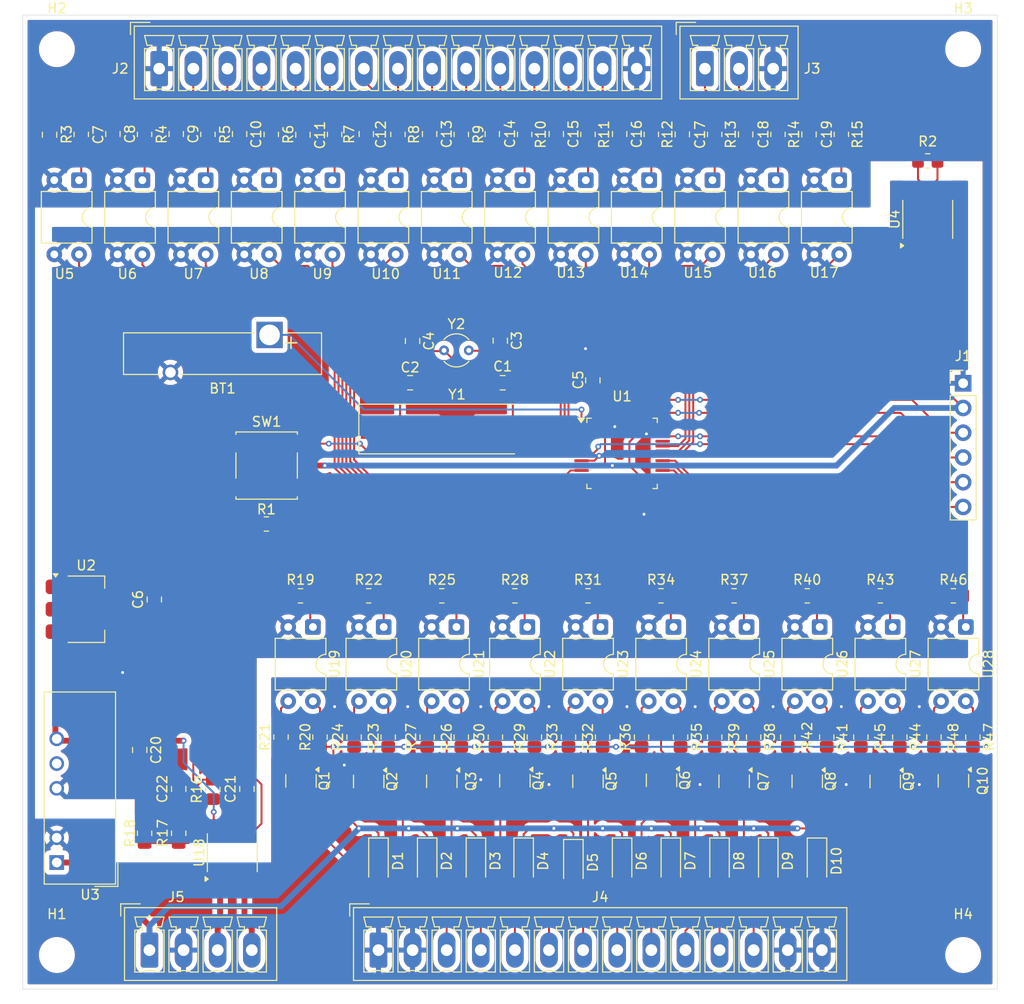
<source format=kicad_pcb>
(kicad_pcb (version 20241229) (generator "pcbnew") (generator_version "9.0")
  (layers (0 "F.Cu" signal) (2 "B.Cu" signal) (13 "F.Paste" user) (15 "B.Paste" user) (5 "F.SilkS" user "F.Silkscreen") (7 "B.SilkS" user "B.Silkscreen") (1 "F.Mask" user) (3 "B.Mask" user) (25 "Edge.Cuts" user))
  (net 0 "")
  (net 1 "GND_IN")
  (net 2 "GND")
  (net 3 "+3.3V")
  (net 4 "/OSC_IN")
  (net 5 "/OSC_OUT")
  (net 6 "/CLK_OSC_IN")
  (net 7 "Net-(C7-Pad1)")
  (net 8 "/CLK_OSC_OUT")
  (net 9 "Net-(C9-Pad1)")
  (net 10 "Net-(C10-Pad1)")
  (net 11 "Net-(C11-Pad1)")
  (net 12 "+5V")
  (net 13 "Net-(C13-Pad1)")
  (net 14 "Net-(C14-Pad1)")
  (net 15 "Net-(C15-Pad1)")
  (net 16 "Net-(U18-FILTER)")
  (net 17 "Net-(C18-Pad1)")
  (net 18 "Net-(C19-Pad1)")
  (net 19 "Net-(C8-Pad1)")
  (net 20 "Net-(C12-Pad1)")
  (net 21 "Net-(C16-Pad1)")
  (net 22 "Net-(C17-Pad1)")
  (net 23 "/DO1")
  (net 24 "+24V")
  (net 25 "/DO2")
  (net 26 "/DO3")
  (net 27 "/DO4")
  (net 28 "/DO5")
  (net 29 "/DO6")
  (net 30 "/DO7")
  (net 31 "/DO8")
  (net 32 "/DO9")
  (net 33 "/DO10")
  (net 34 "/JTDO")
  (net 35 "/SWDCLK")
  (net 36 "/SWDIO")
  (net 38 "/DI6")
  (net 39 "/DI4")
  (net 40 "/DI10")
  (net 41 "/DI11")
  (net 42 "/DI2")
  (net 43 "/DI13")
  (net 44 "/DI1")
  (net 45 "/RS485-")
  (net 46 "/DI7")
  (net 47 "/DI8")
  (net 48 "/DI9")
  (net 49 "/DI3")
  (net 50 "/DI5")
  (net 51 "/DI12")
  (net 52 "Net-(Q1-B)")
  (net 53 "Net-(Q2-B)")
  (net 54 "Net-(Q3-B)")
  (net 55 "Net-(Q4-B)")
  (net 56 "Net-(Q5-B)")
  (net 57 "Net-(Q6-B)")
  (net 58 "Net-(Q7-B)")
  (net 59 "Net-(Q8-B)")
  (net 60 "Net-(Q9-B)")
  (net 61 "Net-(Q10-B)")
  (net 62 "/OUT1")
  (net 63 "Net-(R16-Pad2)")
  (net 64 "Net-(R19-Pad2)")
  (net 65 "/RS485+")
  (net 66 "/NRST")
  (net 67 "Net-(R20-Pad1)")
  (net 68 "Net-(U18-VIOUT)")
  (net 69 "Net-(R22-Pad2)")
  (net 70 "/OUT2")
  (net 71 "Net-(R23-Pad1)")
  (net 72 "Net-(R25-Pad2)")
  (net 73 "/OUT3")
  (net 74 "Net-(R26-Pad1)")
  (net 75 "/OUT4")
  (net 76 "Net-(R28-Pad2)")
  (net 77 "Net-(R29-Pad1)")
  (net 78 "Net-(R31-Pad2)")
  (net 79 "/OUT5")
  (net 80 "Net-(R32-Pad1)")
  (net 81 "Net-(R34-Pad2)")
  (net 82 "/OUT6")
  (net 83 "Net-(R35-Pad1)")
  (net 84 "/OUT7")
  (net 85 "Net-(R37-Pad2)")
  (net 86 "Net-(R38-Pad1)")
  (net 87 "/OUT8")
  (net 88 "Net-(R40-Pad2)")
  (net 89 "Net-(R41-Pad1)")
  (net 90 "/OUT9")
  (net 91 "Net-(R43-Pad2)")
  (net 92 "Net-(R44-Pad1)")
  (net 93 "Net-(R46-Pad2)")
  (net 94 "/OUT10")
  (net 95 "Net-(R47-Pad1)")
  (net 96 "/IP-")
  (net 98 "/IP+")
  (net 100 "+BATT")
  (net 101 "/IN1")
  (net 102 "/TX_EN")
  (net 103 "/CURR_SENS")
  (net 104 "/IN5")
  (net 105 "/IN9")
  (net 106 "/IN13")
  (net 107 "/TX")
  (net 108 "/RX")
  (net 109 "/IN2")
  (net 110 "/IN6")
  (net 111 "/IN10")
  (net 112 "/IN3")
  (net 113 "/IN7")
  (net 114 "/IN11")
  (net 115 "/IN4")
  (net 116 "/IN8")
  (net 117 "/IN12")
  (footprint "Resistor_SMD:R_0805_2012Metric_Pad1.20x1.40mm_HandSolder" (layer "F.Cu") (at 95 124.125 -90)
    (property "Reference" "R26")
    (property "Value" "4.7K")
  )
  (footprint "Resistor_SMD:R_0805_2012Metric_Pad1.20x1.40mm_HandSolder" (layer "F.Cu") (at 101.5 62.25 -90)
    (property "Reference" "R10")
    (property "Value" "5K")
  )
  (footprint "Package_DIP:DIP-4_W7.62mm" (layer "F.Cu") (at 88.275 66.95 -90)
    (property "Reference" "U10")
    (property "Value" "PC817")
  )
  (footprint "Resistor_SMD:R_0805_2012Metric_Pad1.20x1.40mm_HandSolder" (layer "F.Cu") (at 123 109.625)
    (property "Reference" "R37")
    (property "Value" "680")
  )
  (footprint "Capacitor_SMD:C_0805_2012Metric_Pad1.18x1.45mm_HandSolder" (layer "F.Cu") (at 98.18 62.2125 90)
    (property "Reference" "C14")
    (property "Value" "100nF")
  )
  (footprint "Resistor_SMD:R_0805_2012Metric_Pad1.20x1.40mm_HandSolder" (layer "F.Cu") (at 91.5 124.125 90)
    (property "Reference" "R27")
    (property "Value" "4.7K")
  )
  (footprint "Resistor_SMD:R_0805_2012Metric_Pad1.20x1.40mm_HandSolder" (layer "F.Cu") (at 145.5 109.625)
    (property "Reference" "R46")
    (property "Value" "680")
  )
  (footprint "Resistor_SMD:R_0805_2012Metric_Pad1.20x1.40mm_HandSolder" (layer "F.Cu") (at 125 124.125 -90)
    (property "Reference" "R38")
    (property "Value" "4.7K")
  )
  (footprint "Capacitor_SMD:C_0805_2012Metric_Pad1.18x1.45mm_HandSolder" (layer "F.Cu") (at 72.25 62.2125 90)
    (property "Reference" "C10")
    (property "Value" "100nF")
  )
  (footprint "Package_DIP:DIP-4_W7.62mm" (layer "F.Cu") (at 127.275 66.95 -90)
    (property "Reference" "U16")
    (property "Value" "PC817")
  )
  (footprint "Package_TO_SOT_SMD:SOT-23" (layer "F.Cu") (at 145.5 128.625 -90)
    (property "Reference" "Q10")
    (property "Value" "BC847")
  )
  (footprint "Diode_SMD:D_SOD-123" (layer "F.Cu") (at 111.5 136.85 -90)
    (property "Reference" "D6")
    (property "Value" "1N4148W")
  )
  (footprint "Capacitor_SMD:C_0805_2012Metric_Pad1.18x1.45mm_HandSolder" (layer "F.Cu") (at 78.75 62.2875 90)
    (property "Reference" "C11")
    (property "Value" "100nF")
  )
  (footprint "Resistor_SMD:R_0805_2012Metric_Pad1.20x1.40mm_HandSolder" (layer "F.Cu") (at 78.5 109.625)
    (property "Reference" "R19")
    (property "Value" "680")
  )
  (footprint "Package_DIP:DIP-4_W7.62mm" (layer "F.Cu") (at 87.04 112.825 -90)
    (property "Reference" "U20")
    (property "Value" "PC817")
  )
  (footprint "Capacitor_SMD:C_0805_2012Metric_Pad1.18x1.45mm_HandSolder" (layer "F.Cu") (at 124.18 62.25 90)
    (property "Reference" "C18")
    (property "Value" "100nF")
  )
  (footprint "Resistor_SMD:R_0805_2012Metric_Pad1.20x1.40mm_HandSolder" (layer "F.Cu") (at 114.5 62.25 -90)
    (property "Reference" "R12")
    (property "Value" "5K")
  )
  (footprint "Resistor_SMD:R_0805_2012Metric_Pad1.20x1.40mm_HandSolder" (layer "F.Cu") (at 80.5 124.125 -90)
    (property "Reference" "R20")
    (property "Value" "4.7K")
  )
  (footprint "Connector_Phoenix_MC:PhoenixContact_MCV_1,5_4-G-3.5_1x04_P3.50mm_Vertical" (layer "F.Cu") (at 63 146)
    (property "Reference" "J5")
    (property "Value" "Conn_01x04")
  )
  (footprint "Capacitor_SMD:C_0805_2012Metric_Pad1.18x1.45mm_HandSolder" (layer "F.Cu") (at 99.25 87.75)
    (property "Reference" "C1")
    (property "Value" "20pF")
  )
  (footprint "Capacitor_SMD:C_0805_2012Metric_Pad1.18x1.45mm_HandSolder" (layer "F.Cu") (at 104.75 62.2125 90)
    (property "Reference" "C15")
    (property "Value" "100nF")
  )
  (footprint "Resistor_SMD:R_0805_2012Metric_Pad1.20x1.40mm_HandSolder" (layer "F.Cu") (at 143.5 124.125 90)
    (property "Reference" "R48")
    (property "Value" "4.7K")
  )
  (footprint "Resistor_SMD:R_0805_2012Metric_Pad1.20x1.40mm_HandSolder" (layer "F.Cu") (at 130.5 109.625)
    (property "Reference" "R40")
    (property "Value" "680")
  )
  (footprint "Capacitor_SMD:C_0805_2012Metric_Pad1.18x1.45mm_HandSolder" (layer "F.Cu") (at 111.25 62.2125 90)
    (property "Reference" "C16")
    (property "Value" "100nF")
  )
  (footprint "Resistor_SMD:R_0805_2012Metric_Pad1.20x1.40mm_HandSolder" (layer "F.Cu") (at 140 124.125 -90)
    (property "Reference" "R44")
    (property "Value" "4.7K")
  )
  (footprint "Connector_PinHeader_2.54mm:PinHeader_1x06_P2.54mm_Vertical" (layer "F.Cu") (at 146.5 87.8)
    (property "Reference" "J1")
    (property "Value" "Conn_01x06_Pin")
  )
  (footprint "Resistor_SMD:R_0805_2012Metric_Pad1.20x1.40mm_HandSolder" (layer "F.Cu") (at 62.5 62.25 -90)
    (property "Reference" "R4")
    (property "Value" "5K")
  )
  (footprint "Package_DIP:DIP-4_W7.62mm" (layer "F.Cu") (at 68.775 66.95 -90)
    (property "Reference" "U7")
    (property "Value" "PC817")
  )
  (footprint "Package_DIP:DIP-4_W7.62mm" (layer "F.Cu") (at 94.775 66.95 -90)
    (property "Reference" "U11")
    (property "Value" "PC817")
  )
  (footprint "Resistor_SMD:R_0805_2012Metric_Pad1.20x1.40mm_HandSolder" (layer "F.Cu") (at 102.5 124.125 -90)
    (property "Reference" "R29")
    (property "Value" "4.7K")
  )
  (footprint "Capacitor_SMD:C_0805_2012Metric" (layer "F.Cu") (at 62 125.45 -90)
    (property "Reference" "C20")
    (property "Value" "100nF")
  )
  (footprint "Resistor_SMD:R_0805_2012Metric_Pad1.20x1.40mm_HandSolder" (layer "F.Cu") (at 85.5 109.625)
    (property "Reference" "R22")
    (property "Value" "680")
  )
  (footprint "Diode_SMD:D_SOD-123" (layer "F.Cu") (at 96.5 136.85 -90)
    (property "Reference" "D3")
    (property "Value" "1N4148W")
  )
  (footprint "Package_DIP:DIP-4_W7.62mm" (layer "F.Cu") (at 79.775 112.825 -90)
    (property "Reference" "U19")
    (property "Value" "PC817")
  )
  (footprint "Resistor_SMD:R_0805_2012Metric_Pad1.20x1.40mm_HandSolder" (layer "F.Cu") (at 115.5 109.625)
    (property "Reference" "R34")
    (property "Value" "680")
  )
  (footprint "Resistor_SMD:R_0805_2012Metric_Pad1.20x1.40mm_HandSolder" (layer "F.Cu") (at 113.5 124.125 90)
    (property "Reference" "R36")
    (property "Value" "4.7K")
  )
  (footprint "Package_TO_SOT_SMD:SOT-23" (layer "F.Cu") (at 78.55 128.625 -90)
    (property "Reference" "Q1")
    (property "Value" "BC847")
  )
  (footprint "Diode_SMD:D_SOD-123" (layer "F.Cu") (at 106.5 137 -90)
    (property "Reference" "D5")
    (property "Value" "1N4148W")
  )
  (footprint "Package_DIP:DIP-4_W7.62mm" (layer "F.Cu") (at 94.5 112.825 -90)
    (property "Reference" "U21")
    (property "Value" "PC817")
  )
  (footprint "Resistor_SMD:R_0805_2012Metric_Pad1.20x1.40mm_HandSolder" (layer "F.Cu") (at 138 109.625)
    (property "Reference" "R43")
    (property "Value" "680")
  )
  (footprint "Resistor_SMD:R_0805_2012Metric_Pad1.20x1.40mm_HandSolder" (layer "F.Cu") (at 69.5 129.5 90)
    (property "Reference" "R16")
    (property "Value" "1K")
  )
  (footprint "Resistor_SMD:R_0805_2012Metric_Pad1.20x1.40mm_HandSolder" (layer "F.Cu") (at 75.5 62.25 -90)
    (property "Reference" "R6")
    (property "Value" "5K")
  )
  (footprint "Diode_SMD:D_SOD-123" (layer "F.Cu") (at 86.5 136.85 -90)
    (property "Reference" "D1")
    (property "Value" "1N4148W")
  )
  (footprint "Capacitor_SMD:C_0805_2012Metric_Pad1.18x1.45mm_HandSolder" (layer "F.Cu") (at 65.75 62.2125 90)
    (property "Reference" "C9")
    (property "Value" "100nF")
  )
  (footprint "Resistor_SMD:R_0805_2012Metric_Pad1.20x1.40mm_HandSolder" (layer "F.Cu") (at 87.5 124.125 -90)
    (property "Reference" "R23")
    (property "Value" "4.7K")
  )
  (footprint "Resistor_SMD:R_0805_2012Metric_Pad1.20x1.40mm_HandSolder" (layer "F.Cu") (at 108 62.25 -90)
    (property "Reference" "R11")
    (property "Value" "5K")
  )
  (footprint "Package_DIP:DIP-4_W7.62mm" (layer "F.Cu") (at 62.275 66.95 -90)
    (property "Reference" "U6")
    (property "Value" "PC817")
  )
  (footprint "Resistor_SMD:R_0805_2012Metric_Pad1.20x1.40mm_HandSolder" (layer "F.Cu") (at 62.5 134 -90)
    (property "Reference" "R18")
    (property "Value" "2K")
  )
  (footprint "Package_TO_SOT_SMD:SOT-23" (layer "F.Cu") (at 108 128.67 -90)
    (property "Reference" "Q5")
    (property "Value" "BC847")
  )
  (footprint "Package_TO_SOT_SMD:SOT-23" (layer "F.Cu") (at 100.5 128.6075 -90)
    (property "Reference" "Q4")
    (property "Value" "BC847")
  )
  (footprint "Resistor_SMD:R_0805_2012Metric_Pad1.20x1.40mm_HandSolder" (layer "F.Cu") (at 93 109.625)
    (property "Reference" "R25")
    (property "Value" "680")
  )
  (footprint "Resistor_SMD:R_0805_2012Metric_Pad1.20x1.40mm_HandSolder" (layer "F.Cu") (at 56 62.25 -90)
    (property "Reference" "R3")
    (property "Value" "5K")
  )
  (footprint "MountingHole:MountingHole_3.2mm_M3" (layer "F.Cu") (at 146.5 53.5)
    (property "Reference" "H3")
    (property "Value" "MountingHole")
  )
  (footprint "Resistor_SMD:R_0805_2012Metric_Pad1.20x1.40mm_HandSolder" (layer "F.Cu") (at 147.5 124.125 -90)
    (property "Reference" "R47")
    (property "Value" "4.7K")
  )
  (footprint "Package_DIP:DIP-4_W7.62mm" (layer "F.Cu") (at 116.775 112.825 -90)
    (property "Reference" "U24")
    (property "Value" "PC817")
  )
  (footprint "Package_DIP:DIP-4_W7.62mm" (layer "F.Cu") (at 114.275 66.95 -90)
    (property "Reference" "U14")
    (property "Value" "PC817")
  )
  (footprint "Diode_SMD:D_SOD-123" (layer "F.Cu") (at 101.4 136.85 -90)
    (property "Reference" "D4")
    (property "Value" "1N4148W")
  )
  (footprint "Package_TO_SOT_SMD:SOT-23" (layer "F.Cu") (at 130.5 128.67 -90)
    (property "Reference" "Q8")
    (property "Value" "BC847")
  )
  (footprint "Resistor_SMD:R_0805_2012Metric_Pad1.20x1.40mm_HandSolder" (layer "F.Cu") (at 106 124.125 90)
    (property "Reference" "R33")
    (property "Value" "4.7K")
  )
  (footprint "Resistor_SMD:R_0805_2012Metric_Pad1.20x1.40mm_HandSolder" (layer "F.Cu") (at 127.5 62.25 -90)
    (property "Reference" "R14")
    (property "Value" "5K")
  )
  (footprint "Capacitor_SMD:C_0805_2012Metric_Pad1.18x1.45mm_HandSolder" (layer "F.Cu") (at 90 83.4625 -90)
    (property "Reference" "C4")
    (property "Value" "20pF")
  )
  (footprint "Capacitor_SMD:C_0805_2012Metric_Pad1.18x1.45mm_HandSolder" (layer "F.Cu") (at 52.75 62.2875 90)
    (property "Reference" "C7")
    (property "Value" "100nF")
  )
  (footprint "Resistor_SMD:R_0805_2012Metric_Pad1.20x1.40mm_HandSolder" (layer "F.Cu") (at 128.5 124.125 90)
    (property "Reference" "R42")
    (property "Value" "4.7K")
  )
  (footprint "Crystal:Crystal_SMD_HC49-SD_HandSoldering" (layer "F.Cu") (at 94.5625 92.5)
    (property "Reference" "Y1")
    (property "Value" "8MHz")
  )
  (footprint "Diode_SMD:D_SOD-123" (layer "F.Cu") (at 116.5 136.85 -90)
    (property "Reference" "D7")
    (property "Value" "1N4148W")
  )
  (footprint "Package_TO_SOT_SMD:SOT-23" (layer "F.Cu") (at 93 128.67 -90)
    (property "Reference" "Q3")
    (property "Value" "BC847")
  )
  (footprint "Connector_Phoenix_MC:PhoenixContact_MCV_1,5_14-G-3.5_1x14_P3.50mm_Vertical" (layer "F.Cu") (at 86.5 146)
    (property "Reference" "J4")
    (property "Value" "Conn_01x14")
  )
  (footprint "Package_DIP:DIP-4_W7.62mm" (layer "F.Cu") (at 101.275 66.95 -90)
    (property "Reference" "U12")
    (property "Value" "PC817")
  )
  (footprint "Resistor_SMD:R_0805_2012Metric_Pad1.20x1.40mm_HandSolder" (layer "F.Cu") (at 100.5 109.625)
    (property "Reference" "R28")
    (property "Value" "680")
  )
  (footprint "Resistor_SMD:R_0805_2012Metric_Pad1.20x1.40mm_HandSolder" (layer "F.Cu") (at 82 62.25 -90)
    (property "Reference" "R7")
    (property "Value" "5K")
  )
  (footprint "Resistor_SMD:R_0805_2012Metric_Pad1.20x1.40mm_HandSolder" (layer "F.Cu") (at 136 124.125 90)
    (property "Reference" "R45")
    (property "Value" "4.7K")
  )
  (footprint "Connector_Phoenix_MC:PhoenixContact_MCV_1,5_3-G-3.5_1x03_P3.50mm_Vertical" (layer "F.Cu") (at 120 55.5)
    (property "Reference" "J3")
    (property "Value" "Conn_01x03")
  )
  (footprint "MountingHole:MountingHole_3.2mm_M3" (layer "F.Cu") (at 53.5 53.5)
    (property "Reference" "H2")
    (property "Value" "MountingHole")
  )
  (footprint "Package_DIP:DIP-4_W7.62mm" (layer "F.Cu") (at 139.275 112.825 -90)
    (property "Reference" "U27")
    (property "Value" "PC817")
  )
  (footprint "Package_DIP:DIP-4_W7.62mm" (layer "F.Cu") (at 124.275 112.825 -90)
    (property "Reference" "U25")
    (property "Value" "PC817")
  )
  (footprint "Package_DIP:DIP-4_W7.62mm" (layer "F.Cu") (at 146.775 112.825 -90)
    (property "Reference" "U28")
    (property "Value" "PC817")
  )
  (footprint "Resistor_SMD:R_0805_2012Metric_Pad1.20x1.40mm_HandSolder" (layer "F.Cu") (at 121 62.25 -90)
    (property "Reference" "R13")
    (property "Value" "5K")
  )
  (footprint "Package_DIP:DIP-4_W7.62mm" (layer "F.Cu") (at 107.775 66.95 -90)
    (property "Reference" "U13")
    (property "Value" "PC817")
  )
  (footprint "Diode_SMD:D_SOD-123" (layer "F.Cu") (at 126.5 136.85 -90)
    (property "Reference" "D9")
    (property "Value" "1N4148W")
  )
  (footprint "Capacitor_SMD:C_0805_2012Metric" (layer "F.Cu") (at 66 129.45 90)
    (property "Reference" "C22")
    (property "Value" "C")
  )
  (footprint "Package_TO_SOT_SMD:SOT-23" (layer "F.Cu") (at 85.5 128.6875 -90)
    (property "Reference" "Q2")
    (property "Value" "BC847")
  )
  (footprint "Package_TO_SOT_SMD:SOT-23" (layer "F.Cu") (at 123 128.67 -90)
    (property "Reference" "Q7")
    (property "Value" "BC847")
  )
  (footprint "Resistor_SMD:R_0805_2012Metric_Pad1.20x1.40mm_HandSolder" (layer "F.Cu") (at 95 62.25 -90)
    (property "Reference" "R9")
    (property "Value" "5K")
  )
  (footprint "MountingHole:MountingHole_3.2mm_M3" (layer "F.Cu") (at 53.5 146.5)
    (property "Reference" "H1")
    (property "Value" "MountingHole")
  )
  (footprint "Resistor_SMD:R_0805_2012Metric_Pad1.20x1.40mm_HandSolder" (layer "F.Cu") (at 88.5 62.25 -90)
    (property "Reference" "R8")
    (property "Value" "5K")
  )
  (footprint "Capacitor_SMD:C_0805_2012Metric_Pad1.18x1.45mm_HandSolder" (layer "F.Cu") (at 63.5 110 90)
    (property "Reference" "C6")
    (property "Value" "10uF")
  )
  (footprint "Resistor_SMD:R_0805_2012Metric_Pad1.20x1.40mm_HandSolder" (layer "F.Cu") (at 76.5 124.125 90)
    (property "Reference" "R21")
    (property "Value" "4.7K")
  )
  (footprint "Resistor_SMD:R_0805_2012Metric_Pad1.20x1.40mm_HandSolder" (layer "F.Cu") (at 75 102.25 180)
    (property "Reference" "R1")
    (property "Value" "4.7k")
  )
  (footprint "Capacitor_SMD:C_0805_2012Metric_Pad1.18x1.45mm_HandSolder" (layer "F.Cu") (at 117.68 62.25 90)
    (property "Reference" "C17")
    (property "Value" "100nF")
  )
  (footprint "Connector_Phoenix_MC:PhoenixContact_MCV_1,5_15-G-3.5_1x15_P3.50mm_Vertical" (layer "F.Cu") (at 64 55.5)
    (property "Reference" "J2")
    (property "Value" "Conn_01x15")
  )
  (footprint "Package_DIP:DIP-4_W7.62mm" (layer "F.Cu") (at 109.275 112.825 -90)
    (property "Reference" "U23")
    (property "Value" "PC817")
  )
  (footprint "Resistor_SMD:R_0805_2012Metric_Pad1.20x1.40mm_HandSolder" (layer "F.Cu") (at 108 109.625)
    (property "Reference" "R31")
    (property "Value" "680")
  )
  (footprint "Resistor_SMD:R_0805_2012Metric_Pad1.20x1.40mm_HandSolder" (layer "F.Cu") (at 84 124.125 90)
    (property "Reference" "R24")
    (property "Value" "4.7K")
  )
  (footprint "Capacitor_SMD:C_0805_2012Metric" (layer "F.Cu") (at 73 129.45 90)
    (property "Reference" "C21")
    (property "Value" "1nF")
  )
  (footprint "MountingHole:MountingHole_3.2mm_M3" (layer "F.Cu") (at 146.5 146.5)
    (property "Reference" "H4")
    (property "Value" "MountingHole")
  )
  (footprint "Package_TO_SOT_SMD:SOT-23" (layer "F.Cu") (at 138.5 128.6875 -90)
    (property "Reference" "Q9")
    (property "Value" "BC847")
  )
  (footprint "Package_DIP:DIP-4_W7.62mm" (layer "F.Cu") (at 75.275 66.95 -90)
    (property "Reference" "U8")
    (property "Value" "PC817")
  )
  (footprint "Diode_SMD:D_SOD-123" (layer "F.Cu") (at 91.5 136.85 -90)
    (property "Reference" "D2")
    (property "Value" "1N4148W")
  )
  (footprint "Package_SO:SOIC-8_3.9x4.9mm_P1.27mm" (layer "F.Cu") (at 71.5 136 90)
    (property "Reference" "U18")
    (property "Value" "ACS712xLCTR-05B")
  )
  (footprint "Package_SO:SOIC-8_3.9x4.9mm_P1.27mm" (layer "F.Cu") (at 142.865 70.975 90)
    (property "Reference" "U4")
    (property "Value" "MAX3485")
  )
  (footprint "Package_TO_SOT_SMD:SOT-23" (layer "F.Cu") (at 115.55 128.5625 -90)
    (property "Reference" "Q6")
    (property "Value" "BC847")
  )
  (footprint "Capacitor_SMD:C_0805_2012Metric_Pad1.18x1.45mm_HandSolder" (layer "F.Cu") (at 91.75 62.2125 90)
    (property "Reference" "C13")
    (property "Value" "100nF")
  )
  (footprint "Capacitor_SMD:C_0805_2012Metric_Pad1.18x1.45mm_HandSolder" (layer "F.Cu") (at 59.25 62.2125 90)
    (property "Reference" "C8")
    (property "Value" "100nF")
  )
  (footprint "Capacitor_SMD:C_0805_2012Metric_Pad1.18x1.45mm_HandSolder" (layer "F.Cu") (at 130.68 62.25 90)
    (property "Reference" "C19")
    (property "Value" "100nF")
  )
  (footprint "Capacitor_SMD:C_0805_2012Metric_Pad1.18x1.45mm_HandSolder" (layer "F.Cu") (at 89.75 87.75 180)
    (property "Reference" "C2")
    (property "Value" "20pF")
  )
  (footprint "Diode_SMD:D_SOD-123" (layer "F.Cu") (at 131.5 136.85 -90)
    (property "Reference" "D10")
    (property "Value" "1N4148W")
  )
  (footprint "Package_DIP:DIP-4_W7.62mm" (layer "F.Cu") (at 81.775 66.95 -90)
    (property "Reference" "U9")
    (property "Value" "PC817")
  )
  (footprint "Resistor_SMD:R_0805_2012Metric_Pad1.20x1.40mm_HandSolder" (layer "F.Cu") (at 117.5 124.125 -90)
    (property "Reference" "R35")
    (property "Value" "4.7K")
  )
  (footprint "Capacitor_SMD:C_0805_2012Metric_Pad1.18x1.45mm_HandSolder" (layer "F.Cu") (at 99 83.425 -90)
    (property "Reference" "C3")
    (property "Value" "20pF")
  )
  (footprint "Resistor_SMD:R_0805_2012Metric_Pad1.20x1.40mm_HandSolder" (layer "F.Cu") (at 98.5 124.125 90)
    (property "Reference" "R30")
    (property "Value" "4.7K")
  )
  (footprint "Resistor_SMD:R_0805_2012Metric_Pad1.20x1.40mm_HandSolder" (layer "F.Cu") (at 142.865 64.975 180)
    (property "Reference" "R2")
    (property "Value" "120")
  )
  (footprint "Resistor_SMD:R_0805_2012Metric_Pad1.20x1.40mm_HandSolder" (layer "F.Cu") (at 134 62.25 -90)
    (property "Reference" "R15")
    (property "Value" "5K")
  )
  (footprint "Resistor_SMD:R_0805_2012Metric_Pad1.20x1.40mm_HandSolder" (layer "F.Cu") (at 66 134 90)
    (property "Reference" "R17")
    (property "Value" "1K")
  )
  (footprint "Capacitor_SMD:C_0805_2012Metric_Pad1.18x1.45mm_HandSolder" (layer "F.Cu") (at 85.25 62.2125 90)
    (property "Reference" "C12")
    (property "Value" "100nF")
  )
  (footprint "Resistor_SMD:R_0805_2012Metric_Pad1.20x1.40mm_HandSolder" (layer "F.Cu") (at 132.5 124.125 -90)
    (property "Reference" "R41")
    (property "Value" "4.7K")
  )
  (footprint "Diode_SMD:D_SOD-123" (layer "F.Cu") (at 121.5 136.85 -90)
    (property "Reference" "D8")
    (property "Value" "1N4148W")
  )
  (footprint "Crystal:Crystal_AT310_D3.0mm_L10.0mm_Vertical" (layer "F.Cu") (at 93.23 84.425)
    (property "Reference" "Y2")
    (property "Value" "32KHz")
  )
  (footprint "Package_DIP:DIP-4_W7.62mm" (layer "F.Cu") (at 131.775 112.825 -90)
    (property "Reference" "U26")
    (property "Value" "PC817")
  )
  (footprint "Package_DIP:DIP-4_W7.62mm" (layer "F.Cu") (at 133.775 66.95 -90)
    (property "Reference" "U17")
    (property "Value" "PC817")
  )
  (footprint "Package_DIP:DIP-4_W7.62mm" (layer "F.Cu") (at 120.775 66.95 -90)
    (property "Reference" "U15")
    (property "Value" "PC817")
  )
  (footprint "Package_DIP:DIP-4_W7.62mm" (layer "F.Cu") (at 55.775 66.95 -90)
    (property "Reference" "U5")
    (property "Value" "PC817")
  )
  (footprint "Package_TO_SOT_SMD:SOT-223-3_TabPin2" (layer "F.Cu") (at 56.5 111)
    (property "Reference" "U2")
    (property "Value" "AMS1117-3.3")
  )
  (footprint "Converter_DCDC:Converter_DCDC_TRACO_TMA-15xxD_24xxD_Dual_THT" (layer "F.Cu") (at 53.485 137.0075 180)
    (property "Reference" "U3")
    (property "Value" "PEAK P6CU-2405ELF")
  )
  (footprint "Button_Switch_SMD:SW_SPST_B3S-1000" (layer "F.Cu") (at 75.025 96.25)
    (property "Reference" "SW1")
    (property "Value" "SW_Push")
  )
  (footprint "Capacitor_SMD:C_0805_2012Metric_Pad1.18x1.45mm_HandSolder" (layer "F.Cu") (at 108.5 87.5 90)
    (property "Reference" "C5")
    (property "Value" "1uF")
  )
  (footprint "Package_DIP:DIP-4_W7.62mm" (layer "F.Cu") (at 101.775 112.825 -90)
    (property "Reference" "U22")
    (property "Value" "PC817")
  )
  (footprint "Resistor_SMD:R_0805_2012Metric_Pad1.20x1.40mm_HandSolder" (layer "F.Cu") (at 109.5 124.125 -90)
    (property "Reference" "R32")
    (property "Value" "4.7K")
  )
  (footprint "Package_QFP:LQFP-48_7x7mm_P0.5mm" (layer "F.Cu") (at 111.5 95)
    (property "Reference" "U1")
    (property "Value" "STM32F103C8Tx")
  )
  (footprint "Battery:Battery_Panasonic_CR2032-VS1N_Vertical_CircularHoles" (layer "F.Cu") (at 75.325 82.835 180)
    (property "Reference" "BT1")
    (property "Value" "Battery_Cell")
  )
  (footprint "Resistor_SMD:R_0805_2012Metric_Pad1.20x1.40mm_HandSolder" (layer "F.Cu") (at 121 124.125 90)
    (property "Reference" "R39")
    (property "Value" "4.7K")
  )
  (footprint "Resistor_SMD:R_0805_2012Metric_Pad1.20x1.40mm_HandSolder" (layer "F.Cu") (at 69 62.25 -90)
    (property "Reference" "R5")
    (property "Value" "5K")
  )
  (gr_rect (start 50 50) (end 150 150) (stroke (width 0.05)) (fill no) (layer "Edge.Cuts"))
  (segment (start 91.1675 61.7) (end 91.13 61.7375) (width 0.2) (layer "F.Cu") (net 1))
  (via (at 82 121) (size 0.6) (drill 0.3) (layers "F.Cu" "B.Cu") (net 1))
  (via (at 127 121) (size 0.6) (drill 0.3) (layers "F.Cu" "B.Cu") (net 1))
  (via (at 104 121) (size 0.6) (drill 0.3) (layers "F.Cu" "B.Cu") (net 1))
  (via (at 142 121) (size 0.6) (drill 0.3) (layers "F.Cu" "B.Cu") (net 1))
  (via (at 112 121) (size 0.6) (drill 0.3) (layers "F.Cu" "B.Cu") (net 1))
  (via (at 104 129) (size 0.6) (drill 0.3) (layers "F.Cu" "B.Cu") (net 1))
  (via (at 119.5 129) (size 0.6) (drill 0.3) (layers "F.Cu" "B.Cu") (net 1))
  (via (at 89.5 121) (size 0.6) (drill 0.3) (layers "F.Cu" "B.Cu") (net 1))
  (via (at 97 121) (size 0.6) (drill 0.3) (layers "F.Cu" "B.Cu") (net 1))
  (via (at 134 121) (size 0.6) (drill 0.3) (layers "F.Cu" "B.Cu") (net 1))
  (via (at 134.5 129) (size 0.6) (drill 0.3) (layers "F.Cu" "B.Cu") (net 1))
  (via (at 142 129) (size 0.6) (drill 0.3) (layers "F.Cu" "B.Cu") (net 1))
  (via (at 83 127) (size 0.6) (drill 0.3) (layers "F.Cu" "B.Cu") (net 1))
  (via (at 97 128.5) (size 0.6) (drill 0.3) (layers "F.Cu" "B.Cu") (net 1))
  (via (at 119 121) (size 0.6) (drill 0.3) (layers "F.Cu" "B.Cu") (net 1))
  (segment (start 73.405 133.525) (end 73.975 133.525) (width 0.2) (layer "F.Cu") (net 2))
  (segment (start 74 128.5) (end 73 128.5) (width 0.2) (layer "F.Cu") (net 2))
  (segment (start 73.975 133.525) (end 74.5 133) (width 0.2) (layer "F.Cu") (net 2))
  (segment (start 98.9625 82.425) (end 99 82.3875) (width 0.2) (layer "F.Cu") (net 2))
  (segment (start 109.15 95.252233) (end 108.652233 95.75) (width 0.2) (layer "F.Cu") (net 2))
  (segment (start 110.75 92.25) (end 110.75 90.8375) (width 0.2) (layer "F.Cu") (net 2))
  (segment (start 74.5 129) (end 74 128.5) (width 0.2) (layer "F.Cu") (net 2))
  (segment (start 114.25 92.75) (end 114 93) (width 0.2) (layer "F.Cu") (net 2))
  (segment (start 109.25 90.8375) (end 109.25 91.75) (width 0.2) (layer "F.Cu") (net 2))
  (segment (start 109.75 92.25) (end 110.75 92.25) (width 0.2) (layer "F.Cu") (net 2))
  (segment (start 108.652233 95.75) (end 107.3375 95.75) (width 0.2) (layer "F.Cu") (net 2))
  (segment (start 74.5 133) (end 74.5 129) (width 0.2) (layer "F.Cu") (net 2))
  (segment (start 113.75 101.25) (end 113.75 99.1625) (width 0.2) (layer "F.Cu") (net 2))
  (segment (start 109.25 91.75) (end 109.75 92.25) (width 0.2) (layer "F.Cu") (net 2))
  (segment (start 115.6625 92.75) (end 114.25 92.75) (width 0.2) (layer "F.Cu") (net 2))
  (via (at 114 93) (size 0.6) (drill 0.3) (layers "F.Cu" "B.Cu") (net 2))
  (via (at 107.75 84.25) (size 0.6) (drill 0.3) (layers "F.Cu" "B.Cu") (net 2))
  (via (at 113.75 101.25) (size 0.6) (drill 0.3) (layers "F.Cu" "B.Cu") (net 2))
  (via (at 109.15 95.252233) (size 0.6) (drill 0.3) (layers "F.Cu" "B.Cu") (net 2))
  (via (at 60.25 117.5) (size 0.6) (drill 0.3) (layers "F.Cu" "B.Cu") (net 2))
  (via (at 110.75 92.25) (size 0.6) (drill 0.3) (layers "F.Cu" "B.Cu") (net 2))
  (segment (start 59.65 111) (end 59.6875 111.0375) (width 0.6) (layer "F.Cu") (net 3))
  (segment (start 144.5 75.565686) (end 144.5 88.34) (width 0.2) (layer "F.Cu") (net 3))
  (segment (start 109.75 96.25) (end 109.75 93.25) (width 0.2) (layer "F.Cu") (net 3))
  (segment (start 144.5 88.34) (end 146.5 90.34) (width 0.2) (layer "F.Cu") (net 3))
  (segment (start 141.25 70) (end 144 70) (width 0.2) (layer "F.Cu") (net 3))
  (segment (start 78 96.25) (end 76 98.25) (width 0.6) (layer "F.Cu") (net 3))
  (segment (start 108.75 90.8375) (end 108.75 89.75) (width 0.2) (layer "F.Cu") (net 3))
  (segment (start 107.3375 96.25) (end 112.25 96.25) (width 0.2) (layer "F.Cu") (net 3))
  (segment (start 76 103.75) (end 68.7125 111.0375) (width 0.6) (layer "F.Cu") (net 3))
  (segment (start 112.25 96.25) (end 114.25 98.25) (width 0.2) (layer "F.Cu") (net 3))
  (segment (start 76 98.25) (end 76 102.25) (width 0.6) (layer "F.Cu") (net 3))
  (segment (start 81 96.25) (end 78 96.25) (width 0.6) (layer "F.Cu") (net 3))
  (segment (start 145.5 74.565686) (end 144.5 75.565686) (width 0.2) (layer "F.Cu") (net 3))
  (segment (start 53.35 111) (end 59.65 111) (width 0.6) (layer "F.Cu") (net 3))
  (segment (start 115.6625 92.25) (end 113.821295 92.25) (width 0.2) (layer "F.Cu") (net 3))
  (segment (start 113.821295 92.25) (end 112.25 93.821295) (width 0.2) (layer "F.Cu") (net 3))
  (segment (start 108.75 92.25) (end 108.75 90.8375) (width 0.2) (layer "F.Cu") (net 3))
  (segment (start 76 102.25) (end 76 103.75) (width 0.6) (layer "F.Cu") (net 3))
  (segment (start 145.5 71.5) (end 145.5 74.565686) (width 0.2) (layer "F.Cu") (net 3))
  (segment (start 144 70) (end 145.5 71.5) (width 0.2) (layer "F.Cu") (net 3))
  (segment (start 59.6875 111.0375) (end 63.5 111.0375) (width 0.6) (layer "F.Cu") (net 3))
  (segment (start 109.75 93.25) (end 108.75 92.25) (width 0.2) (layer "F.Cu") (net 3))
  (segment (start 108.5 89.5) (end 108.5 88.5375) (width 0.2) (layer "F.Cu") (net 3))
  (segment (start 68.7125 111.0375) (end 63.5 111.0375) (width 0.6) (layer "F.Cu") (net 3))
  (segment (start 112.25 93.821295) (end 112.25 96.25) (width 0.2) (layer "F.Cu") (net 3))
  (segment (start 108.75 89.75) (end 108.5 89.5) (width 0.2) (layer "F.Cu") (net 3))
  (segment (start 140.96 69.71) (end 141.25 70) (width 0.2) (layer "F.Cu") (net 3))
  (segment (start 140.96 68.5) (end 140.96 69.71) (width 0.2) (layer "F.Cu") (net 3))
  (segment (start 114.25 98.25) (end 114.25 99.1625) (width 0.2) (layer "F.Cu") (net 3))
  (via (at 110.5 96.25) (size 0.6) (drill 0.3) (layers "F.Cu" "B.Cu") (net 3))
  (via (at 81 96.25) (size 0.6) (drill 0.3) (layers "F.Cu" "B.Cu") (net 3))
  (segment (start 139.41 90.34) (end 146.5 90.34) (width 0.6) (layer "B.Cu") (net 3))
  (segment (start 133.5 96.25) (end 139.41 90.34) (width 0.6) (layer "B.Cu") (net 3))
  (segment (start 110.5 96.25) (end 133.5 96.25) (width 0.6) (layer "B.Cu") (net 3))
  (segment (start 81 96.25) (end 110.5 96.25) (width 0.6) (layer "B.Cu") (net 3))
  (segment (start 100.2875 92.2875) (end 100.5 92.5) (width 0.2) (layer "F.Cu") (net 4))
  (segment (start 100.2875 87.75) (end 100.2875 92.2875) (width 0.2) (layer "F.Cu") (net 4))
  (segment (start 100.5 93.75) (end 101 94.25) (width 0.2) (layer "F.Cu") (net 4))
  (segment (start 101 94.25) (end 107.3375 94.25) (width 0.2) (layer "F.Cu") (net 4))
  (segment (start 100.5 92.5) (end 100.5 93.75) (width 0.2) (layer "F.Cu") (net 4))
  (segment (start 107.3375 94.75) (end 89.5 94.75) (width 0.2) (layer "F.Cu") (net 5))
  (segment (start 88 91.875) (end 87.9625 91.8375) (width 0.2) (layer "F.Cu") (net 5))
  (segment (start 88.7125 87.75) (end 88.7125 92.4125) (width 0.2) (layer "F.Cu") (net 5))
  (segment (start 88.625 93.875) (end 88.625 92.5) (width 0.2) (layer "F.Cu") (net 5))
  (segment (start 89.5 94.75) (end 88.625 93.875) (width 0.2) (layer "F.Cu") (net 5))
  (segment (start 88.7125 92.4125) (end 88.625 92.5) (width 0.2) (layer "F.Cu") (net 5))
  (segment (start 105.6 92.615685) (end 105.6 87.234314) (width 0.2) (layer "F.Cu") (net 6))
  (segment (start 107.3375 93.25) (end 106.234315 93.25) (width 0.2) (layer "F.Cu") (net 6))
  (segment (start 95.8075 84.3875) (end 95.77 84.425) (width 0.2) (layer "F.Cu") (net 6))
  (segment (start 105.6 87.234314) (end 102.828186 84.4625) (width 0.2) (layer "F.Cu") (net 6))
  (segment (start 99 84.4625) (end 95.8075 84.4625) (width 0.2) (layer "F.Cu") (net 6))
  (segment (start 106.234315 93.25) (end 105.6 92.615685) (width 0.2) (layer "F.Cu") (net 6))
  (segment (start 95.8075 84.4625) (end 95.77 84.425) (width 0.2) (layer "F.Cu") (net 6))
  (segment (start 102.828186 84.4625) (end 99 84.4625) (width 0.2) (layer "F.Cu") (net 6))
  (segment (start 56 63.25) (end 56 66.725) (width 0.2) (layer "F.Cu") (net 7))
  (segment (start 56 66.725) (end 55.775 66.95) (width 0.2) (layer "F.Cu") (net 7))
  (segment (start 52.75 63.325) (end 55.925 63.325) (width 0.2) (layer "F.Cu") (net 7))
  (segment (start 55.925 63.325) (end 56 63.25) (width 0.2) (layer "F.Cu") (net 7))
  (segment (start 56.25 66.475) (end 55.775 66.95) (width 0.2) (layer "F.Cu") (net 7))
  (segment (start 106.168629 93.75) (end 107.3375 93.75) (width 0.2) (layer "F.Cu") (net 8))
  (segment (start 105.2 87.4) (end 105.2 92.781371) (width 0.2) (layer "F.Cu") (net 8))
  (segment (start 93.155 84.5) (end 93.23 84.425) (width 0.2) (layer "F.Cu") (net 8))
  (segment (start 90 84.5) (end 93.155 84.5) (width 0.2) (layer "F.Cu") (net 8))
  (segment (start 105.2 92.781371) (end 106.168629 93.75) (width 0.2) (layer "F.Cu") (net 8))
  (segment (start 103.525 85.725) (end 105.2 87.4) (width 0.2) (layer "F.Cu") (net 8))
  (segment (start 94.53 85.725) (end 103.525 85.725) (width 0.2) (layer "F.Cu") (net 8))
  (segment (start 93.155 84.35) (end 93.23 84.425) (width 0.2) (layer "F.Cu") (net 8))
  (segment (start 93.23 84.425) (end 94.53 85.725) (width 0.2) (layer "F.Cu") (net 8))
  (segment (start 69.075 66.65) (end 68.775 66.95) (width 0.2) (layer "F.Cu") (net 9))
  (segment (start 69 66.725) (end 68.775 66.95) (width 0.2) (layer "F.Cu") (net 9))
  (segment (start 69 63.25) (end 69 66.725) (width 0.2) (layer "F.Cu") (net 9))
  (segment (start 65.8 63.25) (end 69 63.25) (width 0.2) (layer "F.Cu") (net 9))
  (segment (start 75.5 66.725) (end 75.275 66.95) (width 0.2) (layer "F.Cu") (net 10))
  (segment (start 75.2725 66.9475) (end 75.275 66.95) (width 0.2) (layer "F.Cu") (net 10))
  (segment (start 75.5 63.25) (end 75.5 66.725) (width 0.2) (layer "F.Cu") (net 10))
  (segment (start 75.75 62.75) (end 75.7275 62.7725) (width 0.2) (layer "F.Cu") (net 10))
  (segment (start 72.25 63.25) (end 75.5 63.25) (width 0.2) (layer "F.Cu") (net 10))
  (segment (start 78.75 63.325) (end 81.925 63.325) (width 0.2) (layer "F.Cu") (net 11))
  (segment (start 82 66.725) (end 81.775 66.95) (width 0.2) (layer "F.Cu") (net 11))
  (segment (start 82 63.25) (end 82 66.725) (width 0.2) (layer "F.Cu") (net 11))
  (segment (start 62 124.5) (end 53.6775 124.5) (width 0.6) (layer "F.Cu") (net 12))
  (segment (start 62 124.5) (end 66.5 124.5) (width 0.6) (layer "F.Cu") (net 12))
  (segment (start 53.35 113.3) (end 53.35 124.1725) (width 0.6) (layer "F.Cu") (net 12))
  (segment (start 53.6775 124.5) (end 53.485 124.3075) (width 0.2) (layer "F.Cu") (net 12))
  (segment (start 69.595 133.525) (end 69.595 131.811617) (width 0.2) (layer "F.Cu") (net 12))
  (segment (start 53.35 124.1725) (end 53.485 124.3075) (width 0.2) (layer "F.Cu") (net 12))
  (via (at 69.595 131.811617) (size 0.6) (drill 0.3) (layers "F.Cu" "B.Cu") (net 12))
  (via (at 66.5 124.5) (size 0.6) (drill 0.3) (layers "F.Cu" "B.Cu") (net 12))
  (segment (start 66.5 124.5) (end 66.5 126.75) (width 0.2) (layer "B.Cu") (net 12))
  (segment (start 66.5 126.75) (end 69.595 129.845) (width 0.2) (layer "B.Cu") (net 12))
  (segment (start 69.595 129.845) (end 69.595 131.811617) (width 0.2) (layer "B.Cu") (net 12))
  (segment (start 95 63.25) (end 95 66.725) (width 0.2) (layer "F.Cu") (net 13))
  (segment (start 94.5375 66.7125) (end 94.775 66.95) (width 0.2) (layer "F.Cu") (net 13))
  (segment (start 95 66.725) (end 94.775 66.95) (width 0.2) (layer "F.Cu") (net 13))
  (segment (start 91.75 63.25) (end 95 63.25) (width 0.2) (layer "F.Cu") (net 13))
  (segment (start 101.5 63.25) (end 101.5 66.725) (width 0.2) (layer "F.Cu") (net 14))
  (segment (start 101 66.675) (end 101.275 66.95) (width 0.2) (layer "F.Cu") (net 14))
  (segment (start 98.18 63.25) (end 101.5 63.25) (width 0.2) (layer "F.Cu") (net 14))
  (segment (start 101.5 66.725) (end 101.275 66.95) (width 0.2) (layer "F.Cu") (net 14))
  (segment (start 108 63.25) (end 108 66.725) (width 0.2) (layer "F.Cu") (net 15))
  (segment (start 108 66.725) (end 107.775 66.95) (width 0.2) (layer "F.Cu") (net 15))
  (segment (start 104.75 63.25) (end 108 63.25) (width 0.2) (layer "F.Cu") (net 15))
  (segment (start 72.135 133.525) (end 72.135 132.365) (width 0.2) (layer "F.Cu") (net 16))
  (segment (start 72.135 132.365) (end 73 131.5) (width 0.2) (layer "F.Cu") (net 16))
  (segment (start 73 131.5) (end 73 130.4) (width 0.2) (layer "F.Cu") (net 16))
  (segment (start 127.4625 63.2875) (end 127.5 63.25) (width 0.2) (layer "F.Cu") (net 17))
  (segment (start 127.5 63.25) (end 127.5 66.725) (width 0.2) (layer "F.Cu") (net 17))
  (segment (start 127.5 66.725) (end 127.275 66.95) (width 0.2) (layer "F.Cu") (net 17))
  (segment (start 124.18 63.2875) (end 127.4625 63.2875) (width 0.2) (layer "F.Cu") (net 17))
  (segment (start 134 66.725) (end 133.775 66.95) (width 0.2) (layer "F.Cu") (net 18))
  (segment (start 130.68 63.2875) (end 133.9625 63.2875) (width 0.2) (layer "F.Cu") (net 18))
  (segment (start 134 63.25) (end 134 66.725) (width 0.2) (layer "F.Cu") (net 18))
  (segment (start 133.9625 63.2875) (end 134 63.25) (width 0.2) (layer "F.Cu") (net 18))
  (segment (start 62.5 66.725) (end 62.275 66.95) (width 0.2) (layer "F.Cu") (net 19))
  (segment (start 62.5 63.25) (end 62.5 66.725) (width 0.2) (layer "F.Cu") (net 19))
  (segment (start 59.25 63.25) (end 62.5 63.25) (width 0.2) (layer "F.Cu") (net 19))
  (segment (start 88.5 66.725) (end 88.275 66.95) (width 0.2) (layer "F.Cu") (net 20))
  (segment (start 88.5 63.25) (end 88.5 66.725) (width 0.2) (layer "F.Cu") (net 20))
  (segment (start 85.25 63.25) (end 88.5 63.25) (width 0.2) (layer "F.Cu") (net 20))
  (segment (start 114.5 63.25) (end 114.5 66.725) (width 0.2) (layer "F.Cu") (net 21))
  (segment (start 114.0375 66.7125) (end 114.275 66.95) (width 0.2) (layer "F.Cu") (net 21))
  (segment (start 111.25 63.25) (end 114.5 63.25) (width 0.2) (layer "F.Cu") (net 21))
  (segment (start 114.5 66.725) (end 114.275 66.95) (width 0.2) (layer "F.Cu") (net 21))
  (segment (start 120.9625 63.2875) (end 121 63.25) (width 0.2) (layer "F.Cu") (net 22))
  (segment (start 121 63.25) (end 121 66.725) (width 0.2) (layer "F.Cu") (net 22))
  (segment (start 117.68 63.2875) (end 120.9625 63.2875) (width 0.2) (layer "F.Cu") (net 22))
  (segment (start 121 66.725) (end 120.775 66.95) (width 0.2) (layer "F.Cu") (net 22))
  (segment (start 117.7175 63.25) (end 117.68 63.2875) (width 0.2) (layer "F.Cu") (net 22))
  (segment (start 86.5 140.5) (end 88.5 142.5) (width 0.2) (layer "F.Cu") (net 23))
  (segment (start 88.5 142.5) (end 92.5 142.5) (width 0.2) (layer "F.Cu") (net 23))
  (segment (start 92.5 142.5) (end 93.5 143.5) (width 0.2) (layer "F.Cu") (net 23))
  (segment (start 78.55 132.05) (end 85 138.5) (width 0.2) (layer "F.Cu") (net 23))
  (segment (start 86.5 138.5) (end 86.5 140.5) (width 0.2) (layer "F.Cu") (net 23))
  (segment (start 85 138.5) (end 86.5 138.5) (width 0.2) (layer "F.Cu") (net 23))
  (segment (start 93.5 143.5) (end 93.5 146) (width 0.2) (layer "F.Cu") (net 23))
  (segment (start 78.55 129.5625) (end 78.55 132.05) (width 0.2) (layer "F.Cu") (net 23))
  (segment (start 91.5 135.2) (end 91.5 134.25) (width 0.2) (layer "F.Cu") (net 24))
  (segment (start 81.875 125.125) (end 81.875 130.875) (width 0.2) (layer "F.Cu") (net 24))
  (segment (start 126.375 125.125) (end 125 125.125) (width 0.2) (layer "F.Cu") (net 24))
  (segment (start 91.5 134.25) (end 90.75 133.5) (width 0.2) (layer "F.Cu") (net 24))
  (segment (start 111 133.5) (end 109.5 133.5) (width 0.2) (layer "F.Cu") (net 24))
  (segment (start 53.485 137.0075) (end 56.5075 137.0075) (width 0.6) (layer "F.Cu") (net 24))
  (segment (start 106.5 134) (end 106.5 135.35) (width 0.2) (layer "F.Cu") (net 24))
  (segment (start 96.375 125.125) (end 95 125.125) (width 0.2) (layer "F.Cu") (net 24))
  (segment (start 131.5 134) (end 131 133.5) (width 0.2) (layer "F.Cu") (net 24))
  (segment (start 126 133.5) (end 125 133.5) (width 0.2) (layer "F.Cu") (net 24))
  (segment (start 118.875 125.125) (end 117.5 125.125) (width 0.2) (layer "F.Cu") (net 24))
  (segment (start 56.5075 137.0075) (end 63 143.5) (width 0.6) (layer "F.Cu") (net 24))
  (segment (start 90.75 133.5) (end 89.6 133.5) (width 0.2) (layer "F.Cu") (net 24))
  (segment (start 87.5 125.125) (end 89.125 125.125) (width 0.2) (layer "F.Cu") (net 24))
  (segment (start 63 143.5) (end 63 146) (width 0.6) (layer "F.Cu") (net 24))
  (segment (start 121 133.5) (end 119.6 133.5) (width 0.2) (layer "F.Cu") (net 24))
  (segment (start 111.5 134) (end 111 133.5) (width 0.2) (layer "F.Cu") (net 24))
  (segment (start 102 133.5) (end 104.5 133.5) (width 0.2) (layer "F.Cu") (net 24))
  (segment (start 95.788672 133.5) (end 96.5 134.211328) (width 0.2) (layer "F.Cu") (net 24))
  (segment (start 81.875 130.875) (end 84.5 133.5) (width 0.2) (layer "F.Cu") (net 24))
  (segment (start 126.5 135.2) (end 126.5 134) (width 0.2) (layer "F.Cu") (net 24))
  (segment (start 126.5 134) (end 126 133.5) (width 0.2) (layer "F.Cu") (net 24))
  (segment (start 94.6 133.5) (end 95.788672 133.5) (width 0.2) (layer "F.Cu") (net 24))
  (segment (start 131.5 135.2) (end 131.5 134) (width 0.2) (layer "F.Cu") (net 24))
  (segment (start 121.5 135.2) (end 121.5 134) (width 0.2) (layer "F.Cu") (net 24))
  (segment (start 116.5 134) (end 116 133.5) (width 0.2) (layer "F.Cu") (net 24))
  (segment (start 116.5 135.2) (end 116.5 134) (width 0.2) (layer "F.Cu") (net 24))
  (segment (start 111.5 135.2) (end 111.5 134) (width 0.2) (layer "F.Cu") (net 24))
  (segment (start 121.5 134) (end 121 133.5) (width 0.2) (layer "F.Cu") (net 24))
  (segment (start 84.5 133.5) (end 86 133.5) (width 0.2) (layer "F.Cu") (net 24))
  (segment (start 104.5 133.5) (end 106 133.5) (width 0.2) (layer "F.Cu") (net 24))
  (segment (start 141.375 125.125) (end 140 125.125) (width 0.2) (layer "F.Cu") (net 24))
  (segment (start 86.5 134) (end 86.5 135.2) (width 0.2) (layer "F.Cu") (net 24))
  (segment (start 81.875 125.125) (end 80.5 125.125) (width 0.2) (layer "F.Cu") (net 24))
  (segment (start 86 133.5) (end 86.5 134) (width 0.2) (layer "F.Cu") (net 24))
  (segment (start 148.875 125.125) (end 147.5 125.125) (width 0.2) (layer "F.Cu") (net 24))
  (segment (start 131 133.5) (end 129.5 133.5) (width 0.2) (layer "F.Cu") (net 24))
  (segment (start 103.875 125.125) (end 102.5 125.125) (width 0.2) (layer "F.Cu") (net 24))
  (segment (start 101.4 134.1) (end 102 133.5) (width 0.2) (layer "F.Cu") (net 24))
  (segment (start 110.875 125.125) (end 109.5 125.125) (width 0.2) (layer "F.Cu") (net 24))
  (segment (start 96.5 134.211328) (end 96.5 135.2) (width 0.2) (layer "F.Cu") (net 24))
  (segment (start 116 133.5) (end 114.5 133.5) (width 0.2) (layer "F.Cu") (net 24))
  (segment (start 106 133.5) (end 106.5 134) (width 0.2) (layer "F.Cu") (net 24))
  (segment (start 101.4 135.2) (end 101.4 134.1) (width 0.2) (layer "F.Cu") (net 24))
  (segment (start 134 125.125) (end 132.5 125.125) (width 0.2) (layer "F.Cu") (net 24))
  (via (at 118.875 125.125) (size 0.6) (drill 0.3) (layers "F.Cu" "B.Cu") (net 24))
  (via (at 125 133.5) (size 0.6) (drill 0.3) (layers "F.Cu" "B.Cu") (net 24))
  (via (at 89.125 125.125) (size 0.6) (drill 0.3) (layers "F.Cu" "B.Cu") (net 24))
  (via (at 141.375 125.125) (size 0.6) (drill 0.3) (layers "F.Cu" "B.Cu") (net 24))
  (via (at 103.875 125.125) (size 0.6) (drill 0.3) (layers "F.Cu" "B.Cu") (net 24))
  (via (at 110.875 125.125) (size 0.6) (drill 0.3) (layers "F.Cu" "B.Cu") (net 24))
  (via (at 129.5 133.5) (size 0.6) (drill 0.3) (layers "F.Cu" "B.Cu") (net 24))
  (via (at 104.5 133.5) (size 0.6) (drill 0.3) (layers "F.Cu" "B.Cu") (net 24))
  (via (at 84.5 133.5) (size 0.6) (drill 0.3) (layers "F.Cu" "B.Cu") (net 24))
  (via (at 119.6 133.5) (size 0.6) (drill 0.3) (layers "F.Cu" "B.Cu") (net 24))
  (via (at 81.875 125.125) (size 0.6) (drill 0.3) (layers "F.Cu" "B.Cu") (net 24))
  (via (at 134 125.125) (size 0.6) (drill 0.3) (layers "F.Cu" "B.Cu") (net 24))
  (via (at 94.6 133.5) (size 0.6) (drill 0.3) (layers "F.Cu" "B.Cu") (net 24))
  (via (at 114.5 133.5) (size 0.6) (drill 0.3) (layers "F.Cu" "B.Cu") (net 24))
  (via (at 96.375 125.125) (size 0.6) (drill 0.3) (layers "F.Cu" "B.Cu") (net 24))
  (via (at 148.875 125.125) (size 0.6) (drill 0.3) (layers "F.Cu" "B.Cu") (net 24))
  (via (at 109.5 133.5) (size 0.6) (drill 0.3) (layers "F.Cu" "B.Cu") (net 24))
  (via (at 89.6 133.5) (size 0.6) (drill 0.3) (layers "F.Cu" "B.Cu") (net 24))
  (via (at 126.375 125.125) (size 0.6) (drill 0.3) (layers "F.Cu" "B.Cu") (net 24))
  (segment (start 119.6 133.5) (end 125 133.5) (width 0.6) (layer "B.Cu") (net 24))
  (segment (start 109.5 133.5) (end 114.5 133.5) (width 0.6) (layer "B.Cu") (net 24))
  (segment (start 129.5 133.5) (end 125 133.5) (width 0.6) (layer "B.Cu") (net 24))
  (segment (start 141.375 125.125) (end 148.875 125.125) (width 0.2) (layer "B.Cu") (net 24))
  (segment (start 119.6 133.5) (end 114.5 133.5) (width 0.6) (layer "B.Cu") (net 24))
  (segment (start 76.5 141.5) (end 84.5 133.5) (width 0.6) (layer "B.Cu") (net 24))
  (segment (start 94.6 133.5) (end 89.6 133.5) (width 0.6) (layer "B.Cu") (net 24))
  (segment (start 94.6 133.5) (end 104.5 133.5) (width 0.6) (layer "B.Cu") (net 24))
  (segment (start 63 146) (end 63 143.5) (width 0.6) (layer "B.Cu") (net 24))
  (segment (start 103.875 125.125) (end 110.875 125.125) (width 0.2) (layer "B.Cu") (net 24))
  (segment (start 110.875 125.125) (end 118.875 125.125) (width 0.2) (layer "B.Cu") (net 24))
  (segment (start 65 141.5) (end 76.5 141.5) (width 0.6) (layer "B.Cu") (net 24))
  (segment (start 81.875 125.125) (end 89.125 125.125) (width 0.2) (layer "B.Cu") (net 24))
  (segment (start 96.375 125.125) (end 103.875 125.125) (width 0.2) (layer "B.Cu") (net 24))
  (segment (start 109.5 133.5) (end 104.5 133.5) (width 0.6) (layer "B.Cu") (net 24))
  (segment (start 118.875 125.125) (end 126.375 125.125) (width 0.2) (layer "B.Cu") (net 24))
  (segment (start 63 143.5) (end 65 141.5) (width 0.6) (layer "B.Cu") (net 24))
  (segment (start 126.375 125.125) (end 134 125.125) (width 0.2) (layer "B.Cu") (net 24))
  (segment (start 89.6 133.5) (end 84.5 133.5) (width 0.6) (layer "B.Cu") (net 24))
  (segment (start 89.125 125.125) (end 96.375 125.125) (width 0.2) (layer "B.Cu") (net 24))
  (segment (start 134 125.125) (end 141.375 125.125) (width 0.2) (layer "B.Cu") (net 24))
  (segment (start 91.5 138.5) (end 91.5 140.5) (width 0.2) (layer "F.Cu") (net 25))
  (segment (start 85.5 129.625) (end 85.5 130.55) (width 0.2) (layer "F.Cu") (net 25))
  (segment (start 89 132.5) (end 89 137.5) (width 0.2) (layer "F.Cu") (net 25))
  (segment (start 91.5 140.5) (end 93.5 142.5) (width 0.2) (layer "F.Cu") (net 25))
  (segment (start 85.5 130.55) (end 85.95 131) (width 0.2) (layer "F.Cu") (net 25))
  (segment (start 85.95 131) (end 87.5 131) (width 0.2) (layer "F.Cu") (net 25))
  (segment (start 96 142.5) (end 97 143.5) (width 0.2) (layer "F.Cu") (net 25))
  (segment (start 90 138.5) (end 91.5 138.5) (width 0.2) (layer "F.Cu") (net 25))
  (segment (start 87.5 131) (end 89 132.5) (width 0.2) (layer "F.Cu") (net 25))
  (segment (start 97 143.5) (end 97 146) (width 0.2) (layer "F.Cu") (net 25))
  (segment (start 93.5 142.5) (end 96 142.5) (width 0.2) (layer "F.Cu") (net 25))
  (segment (start 89 137.5) (end 90 138.5) (width 0.2) (layer "F.Cu") (net 25))
  (segment (start 94 137.42) (end 94 132) (width 0.2) (layer "F.Cu") (net 26))
  (segment (start 100.5 143.5) (end 100.5 146) (width 0.2) (layer "F.Cu") (net 26))
  (segment (start 93 131) (end 93 129.6075) (width 0.2) (layer "F.Cu") (net 26))
  (segment (start 96.5 138.58) (end 96.5 140.5) (width 0.2) (layer "F.Cu") (net 26))
  (segment (start 94 132) (end 93 131) (width 0.2) (layer "F.Cu") (net 26))
  (segment (start 96.5 138.58) (end 95.16 138.58) (width 0.2) (layer "F.Cu") (net 26))
  (segment (start 98 141) (end 100.5 143.5) (width 0.2) (layer "F.Cu") (net 26))
  (segment (start 96.5 140.5) (end 97 141) (width 0.2) (layer "F.Cu") (net 26))
  (segment (start 95.16 138.58) (end 94 137.42) (width 0.2) (layer "F.Cu") (net 26))
  (segment (start 97 141) (end 98 141) (width 0.2) (layer "F.Cu") (net 26))
  (segment (start 99 137.5) (end 100 138.5) (width 0.2) (layer "F.Cu") (net 27))
  (segment (start 100.5 129.545) (end 100.5 131) (width 0.2) (layer "F.Cu") (net 27))
  (segment (start 101.5 140.5) (end 104 143) (width 0.2) (layer "F.Cu") (net 27))
  (segment (start 100 138.5) (end 101.5 138.5) (width 0.2) (layer "F.Cu") (net 27))
  (segment (start 99 132.5) (end 99 137.5) (width 0.2) (layer "F.Cu") (net 27))
  (segment (start 100.5 131) (end 99 132.5) (width 0.2) (layer "F.Cu") (net 27))
  (segment (start 104 143) (end 104 146) (width 0.2) (layer "F.Cu") (net 27))
  (segment (start 101.5 138.5) (end 101.5 140.5) (width 0.2) (layer "F.Cu") (net 27))
  (segment (start 107.5 141.5) (end 107.5 146) (width 0.2) (layer "F.Cu") (net 28))
  (segment (start 107.5 138.5) (end 106.5 138.5) (width 0.2) (layer "F.Cu") (net 28))
  (segment (start 108 129.6075) (end 108 138) (width 0.2) (layer "F.Cu") (net 28))
  (segment (start 106.5 140.5) (end 107.5 141.5) (width 0.2) (layer "F.Cu") (net 28))
  (segment (start 106.5 138.5) (end 106.5 140.5) (width 0.2) (layer "F.Cu") (net 28))
  (segment (start 108 138) (end 107.5 138.5) (width 0.2) (layer "F.Cu") (net 28))
  (segment (start 115.55 129.5) (end 115.55 130.95) (width 0.2) (layer "F.Cu") (net 29))
  (segment (start 113.5 138) (end 113 138.5) (width 0.2) (layer "F.Cu") (net 29))
  (segment (start 113 138.5) (end 111.5 138.5) (width 0.2) (layer "F.Cu") (net 29))
  (segment (start 115.55 130.95) (end 113.5 133) (width 0.2) (layer "F.Cu") (net 29))
  (segment (start 111.5 140.5) (end 111 141) (width 0.2) (layer "F.Cu") (net 29))
  (segment (start 111.5 138.5) (end 111.5 140.5) (width 0.2) (layer "F.Cu") (net 29))
  (segment (start 113.5 133) (end 113.5 138) (width 0.2) (layer "F.Cu") (net 29))
  (segment (start 111 141) (end 111 146) (width 0.2) (layer "F.Cu") (net 29))
  (segment (start 119 132.5) (end 119 137.5) (width 0.2) (layer "F.Cu") (net 30))
  (segment (start 123 131) (end 120.5 131) (width 0.2) (layer "F.Cu") (net 30))
  (segment (start 123 129.6075) (end 123 131) (width 0.2) (layer "F.Cu") (net 30))
  (segment (start 120.5 131) (end 119 132.5) (width 0.2) (layer "F.Cu") (net 30))
  (segment (start 116.5 138.5) (end 116.5 140.5) (width 0.2) (layer "F.Cu") (net 30))
  (segment (start 119 137.5) (end 118 138.5) (width 0.2) (layer "F.Cu") (net 30))
  (segment (start 114.5 142.5) (end 114.5 146) (width 0.2) (layer "F.Cu") (net 30))
  (segment (start 116.5 140.5) (end 114.5 142.5) (width 0.2) (layer "F.Cu") (net 30))
  (segment (start 118 138.5) (end 116.5 138.5) (width 0.2) (layer "F.Cu") (net 30))
  (segment (start 124 132.5) (end 124 137.5) (width 0.2) (layer "F.Cu") (net 31))
  (segment (start 130.5 131) (end 125.5 131) (width 0.2) (layer "F.Cu") (net 31))
  (segment (start 130.5 129.6075) (end 130.5 131) (width 0.2) (layer "F.Cu") (net 31))
  (segment (start 124 137.5) (end 123 138.5) (width 0.2) (layer "F.Cu") (net 31))
  (segment (start 118 144) (end 118 146) (width 0.2) (layer "F.Cu") (net 31))
  (segment (start 121.5 140.5) (end 118 144) (width 0.2) (layer "F.Cu") (net 31))
  (segment (start 125.5 131) (end 124 132.5) (width 0.2) (layer "F.Cu") (net 31))
  (segment (start 123 138.5) (end 121.5 138.5) (width 0.2) (layer "F.Cu") (net 31))
  (segment (start 121.5 138.5) (end 121.5 140.5) (width 0.2) (layer "F.Cu") (net 31))
  (segment (start 123 142) (end 121.5 143.5) (width 0.2) (layer "F.Cu") (net 32))
  (segment (start 135.5 137) (end 129.5 137) (width 0.2) (layer "F.Cu") (net 32))
  (segment (start 129.5 137) (end 128 138.5) (width 0.2) (layer "F.Cu") (net 32))
  (segment (start 128 138.5) (end 126.5 138.5) (width 0.2) (layer "F.Cu") (net 32))
  (segment (start 126.5 140.5) (end 125 142) (width 0.2) (layer "F.Cu") (net 32))
  (segment (start 126.5 138.5) (end 126.5 140.5) (width 0.2) (layer "F.Cu") (net 32))
  (segment (start 125 142) (end 123 142) (width 0.2) (layer "F.Cu") (net 32))
  (segment (start 138.5 129.625) (end 138.5 134) (width 0.2) (layer "F.Cu") (net 32))
  (segment (start 121.5 143.5) (end 121.5 146) (width 0.2) (layer "F.Cu") (net 32))
  (segment (start 138.5 134) (end 135.5 137) (width 0.2) (layer "F.Cu") (net 32))
  (segment (start 129.5 142.5) (end 126 142.5) (width 0.2) (layer "F.Cu") (net 33))
  (segment (start 131.5 140.5) (end 129.5 142.5) (width 0.2) (layer "F.Cu") (net 33))
  (segment (start 138 138.5) (end 131.5 138.5) (width 0.2) (layer "F.Cu") (net 33))
  (segment (start 131.5 138.5) (end 131.5 140.5) (width 0.2) (layer "F.Cu") (net 33))
  (segment (start 125 143.5) (end 125 146) (width 0.2) (layer "F.Cu") (net 33))
  (segment (start 145.5 129.5625) (end 145.5 131) (width 0.2) (layer "F.Cu") (net 33))
  (segment (start 145.5 131) (end 138 138.5) (width 0.2) (layer "F.Cu") (net 33))
  (segment (start 126 142.5) (end 125 143.5) (width 0.2) (layer "F.Cu") (net 33))
  (segment (start 113.625 89.5) (end 113.25 89.875) (width 0.2) (layer "F.Cu") (net 34))
  (segment (start 141.25 89.5) (end 144.63 92.88) (width 0.2) (layer "F.Cu") (net 34))
  (segment (start 113.25 89.875) (end 113.25 90.8375) (width 0.2) (layer "F.Cu") (net 34))
  (segment (start 144.63 92.88) (end 146.5 92.88) (width 0.2) (layer "F.Cu") (net 34))
  (segment (start 117.25 89.5) (end 113.625 89.5) (width 0.2) (layer "F.Cu") (net 34))
  (segment (start 119.5 89.5) (end 141.25 89.5) (width 0.2) (layer "F.Cu") (net 34))
  (via (at 119.5 89.5) (size 0.6) (drill 0.3) (layers "F.Cu" "B.Cu") (net 34))
  (via (at 117.25 89.5) (size 0.6) (drill 0.3) (layers "F.Cu" "B.Cu") (net 34))
  (segment (start 117.25 89.5) (end 119.5 89.5) (width 0.2) (layer "B.Cu") (net 34))
  (segment (start 140.0875 90.8375) (end 144.67 95.42) (width 0.2) (layer "F.Cu") (net 35))
  (segment (start 119.4 90.8375) (end 140.0875 90.8375) (width 0.2) (layer "F.Cu") (net 35))
  (segment (start 117.25 90.8375) (end 114.25 90.8375) (width 0.2) (layer "F.Cu") (net 35))
  (segment (start 144.67 95.42) (end 146.5 95.42) (width 0.2) (layer "F.Cu") (net 35))
  (via (at 119.4 90.8375) (size 0.6) (drill 0.3) (layers "F.Cu" "B.Cu") (net 35))
  (via (at 117.25 90.8375) (size 0.6) (drill 0.3) (layers "F.Cu" "B.Cu") (net 35))
  (segment (start 119.4 90.8375) (end 117.25 90.8375) (width 0.2) (layer "B.Cu") (net 35))
  (segment (start 115.6625 93.25) (end 117.25 93.25) (width 0.2) (layer "F.Cu") (net 36))
  (segment (start 144.71 97.96) (end 146.5 97.96) (width 0.2) (layer "F.Cu") (net 36))
  (segment (start 140 93.25) (end 144.71 97.96) (width 0.2) (layer "F.Cu") (net 36))
  (segment (start 119.5 93.25) (end 140 93.25) (width 0.2) (layer "F.Cu") (net 36))
  (via (at 117.25 93.25) (size 0.6) (drill 0.3) (layers "F.Cu" "B.Cu") (net 36))
  (via (at 119.5 93.25) (size 0.6) (drill 0.3) (layers "F.Cu" "B.Cu") (net 36))
  (segment (start 117.25 93.25) (end 119.5 93.25) (width 0.2) (layer "B.Cu") (net 36))
  (segment (start 84.9825 55.5175) (end 85 55.5) (width 0.2) (layer "F.Cu") (net 38))
  (segment (start 85 55.5) (end 85 56.75) (width 0.2) (layer "F.Cu") (net 38))
  (segment (start 85 56.75) (end 88.5 60.25) (width 0.2) (layer "F.Cu") (net 38))
  (segment (start 88.5 60.25) (end 88.5 61.25) (width 0.2) (layer "F.Cu") (net 38))
  (segment (start 78 57.75) (end 78 55.5) (width 0.2) (layer "F.Cu") (net 39))
  (segment (start 75.5 60.25) (end 75.5 61.25) (width 0.2) (layer "F.Cu") (net 39))
  (segment (start 77.9825 55.5175) (end 78 55.5) (width 0.2) (layer "F.Cu") (net 39))
  (segment (start 75.5 60.25) (end 78 57.75) (width 0.2) (layer "F.Cu") (net 39))
  (segment (start 114.5 61.25) (end 113.25 61.25) (width 0.2) (layer "F.Cu") (net 40))
  (segment (start 98.9825 55.5175) (end 99 55.5) (width 0.2) (layer "F.Cu") (net 40))
  (segment (start 112.25 60.25) (end 106.565686 60.25) (width 0.2) (layer "F.Cu") (net 40))
  (segment (start 106.565686 60.25) (end 105.515686 59.2) (width 0.2) (layer "F.Cu") (net 40))
  (segment (start 100.45 59.2) (end 99 57.75) (width 0.2) (layer "F.Cu") (net 40))
  (segment (start 105.515686 59.2) (end 100.45 59.2) (width 0.2) (layer "F.Cu") (net 40))
  (segment (start 99 57.75) (end 99 55.5) (width 0.2) (layer "F.Cu") (net 40))
  (segment (start 113.25 61.25) (end 112.25 60.25) (width 0.2) (layer "F.Cu") (net 40))
  (segment (start 105.681372 58.8) (end 106.731372 59.85) (width 0.2) (layer "F.Cu") (net 41))
  (segment (start 119.75 61.25) (end 121 61.25) (width 0.2) (layer "F.Cu") (net 41))
  (segment (start 102.4825 55.5175) (end 102.5 55.5) (width 0.2) (layer "F.Cu") (net 41))
  (segment (start 102.5 55.5) (end 102.5 57.75) (width 0.2) (layer "F.Cu") (net 41))
  (segment (start 106.731372 59.85) (end 118.35 59.85) (width 0.2) (layer "F.Cu") (net 41))
  (segment (start 102.5 57.75) (end 103.55 58.8) (width 0.2) (layer "F.Cu") (net 41))
  (segment (start 118.35 59.85) (end 119.75 61.25) (width 0.2) (layer "F.Cu") (net 41))
  (segment (start 103.55 58.8) (end 105.681372 58.8) (width 0.2) (layer "F.Cu") (net 41))
  (segment (start 71 57.684315) (end 71 55.5) (width 0.2) (layer "F.Cu") (net 42))
  (segment (start 62.5 60.25) (end 62.75 60) (width 0.2) (layer "F.Cu") (net 42))
  (segment (start 68.684315 60) (end 71 57.684315) (width 0.2) (layer "F.Cu") (net 42))
  (segment (start 62.75 60) (end 68.684315 60) (width 0.2) (layer "F.Cu") (net 42))
  (segment (start 62.5 61.25) (end 62.5 60.25) (width 0.2) (layer "F.Cu") (net 42))
  (segment (start 131.6 59.85) (end 119.481372 59.85) (width 0.2) (layer "F.Cu") (net 43))
  (segment (start 118.681372 59.05) (end 110.8 59.05) (width 0.2) (layer "F.Cu") (net 43))
  (segment (start 134 61.25) (end 133 61.25) (width 0.2) (layer "F.Cu") (net 43))
  (segment (start 133 61.25) (end 131.6 59.85) (width 0.2) (layer "F.Cu") (net 43))
  (segment (start 110.8 59.05) (end 109.5 57.75) (width 0.2) (layer "F.Cu") (net 43))
  (segment (start 119.481372 59.85) (end 118.681372 59.05) (width 0.2) (layer "F.Cu") (net 43))
  (segment (start 109.5 57.75) (end 109.5 55.5) (width 0.2) (layer "F.Cu") (net 43))
  (segment (start 67.5 57.75) (end 67.5 55.5) (width 0.2) (layer "F.Cu") (net 44))
  (segment (start 67.4825 55.5175) (end 67.5 55.5) (width 0.2) (layer "F.Cu") (net 44))
  (segment (start 56 61.25) (end 56 60.25) (width 0.2) (layer "F.Cu") (net 44))
  (segment (start 56 60.25) (end 56.65 59.6) (width 0.2) (layer "F.Cu") (net 44))
  (segment (start 56.65 59.6) (end 65.65 59.6) (width 0.2) (layer "F.Cu") (net 44))
  (segment (start 65.65 59.6) (end 67.5 57.75) (width 0.2) (layer "F.Cu") (net 44))
  (segment (start 142.23 67.23) (end 142.23 68.5) (width 0.2) (layer "F.Cu") (net 45))
  (segment (start 136.5 58.75) (end 141.865 64.115) (width 0.2) (layer "F.Cu") (net 45))
  (segment (start 120 55.5) (end 120 57.625) (width 0.2) (layer "F.Cu") (net 45))
  (segment (start 141.865 64.115) (end 141.865 64.975) (width 0.2) (layer "F.Cu") (net 45))
  (segment (start 120 57.625) (end 121.125 58.75) (width 0.2) (layer "F.Cu") (net 45))
  (segment (start 141.865 64.975) (end 141.865 66.865) (width 0.2) (layer "F.Cu") (net 45))
  (segment (start 141.865 66.865) (end 142.23 67.23) (width 0.2) (layer "F.Cu") (net 45))
  (segment (start 121.125 58.75) (end 136.5 58.75) (width 0.2) (layer "F.Cu") (net 45))
  (segment (start 94 61.25) (end 95 61.25) (width 0.2) (layer "F.Cu") (net 46))
  (segment (start 88.5 55.5) (end 88.5 57.75) (width 0.2) (layer "F.Cu") (net 46))
  (segment (start 90.75 60) (end 92.75 60) (width 0.2) (layer "F.Cu") (net 46))
  (segment (start 92.75 60) (end 94 61.25) (width 0.2) (layer "F.Cu") (net 46))
  (segment (start 88.4825 55.5175) (end 88.5 55.5) (width 0.2) (layer "F.Cu") (net 46))
  (segment (start 88.5 57.75) (end 90.75 60) (width 0.2) (layer "F.Cu") (net 46))
  (segment (start 92 55.5) (end 92 57.75) (width 0.2) (layer "F.Cu") (net 47))
  (segment (start 91.9825 55.5175) (end 92 55.5) (width 0.2) (layer "F.Cu") (net 47))
  (segment (start 99.25 60) (end 100.5 61.25) (width 0.2) (layer "F.Cu") (net 47))
  (segment (start 100.5 61.25) (end 101.5 61.25) (width 0.2) (layer "F.Cu") (net 47))
  (segment (start 94.25 60) (end 99.25 60) (width 0.2) (layer "F.Cu") (net 47))
  (segment (start 92 57.75) (end 94.25 60) (width 0.2) (layer "F.Cu") (net 47))
  (segment (start 95.5 55.5) (end 95.5 57.75) (width 0.2) (layer "F.Cu") (net 48))
  (segment (start 95.5 57.75) (end 97.35 59.6) (width 0.2) (layer "F.Cu") (net 48))
  (segment (start 105.35 59.6) (end 107 61.25) (width 0.2) (layer "F.Cu") (net 48))
  (segment (start 97.35 59.6) (end 105.35 59.6) (width 0.2) (layer "F.Cu") (net 48))
  (segment (start 95.4825 55.5175) (end 95.5 55.5) (width 0.2) (layer "F.Cu") (net 48))
  (segment (start 107 61.25) (end 108 61.25) (width 0.2) (layer "F.Cu") (net 48))
  (segment (start 69 60.25) (end 71.875 60.25) (width 0.2) (layer "F.Cu") (net 49))
  (segment (start 74.5 57.625) (end 74.5 55.5) (width 0.2) (layer "F.Cu") (net 49))
  (segment (start 69 61.25) (end 69 60.25) (width 0.2) (layer "F.Cu") (net 49))
  (segment (start 74.5 57) (end 74.5 55.5) (width 0.2) (layer "F.Cu") (net 49))
  (segment (start 71.875 60.25) (end 74.5 57.625) (width 0.2) (layer "F.Cu") (net 49))
  (segment (start 82 60.25) (end 81.5 59.75) (width 0.2) (layer "F.Cu") (net 50))
  (segment (start 81.4825 55.5175) (end 81.5 55.5) (width 0.2) (layer "F.Cu") (net 50))
  (segment (start 81.5 59.75) (end 81.5 55.5) (width 0.2) (layer "F.Cu") (net 50))
  (segment (start 82 61.25) (end 82 60.25) (width 0.2) (layer "F.Cu") (net 50))
  (segment (start 127.5 61.25) (end 126.5 61.25) (width 0.2) (layer "F.Cu") (net 51))
  (segment (start 125.5 60.25) (end 119.315686 60.25) (width 0.2) (layer "F.Cu") (net 51))
  (segment (start 126.5 61.25) (end 125.5 60.25) (width 0.2) (layer "F.Cu") (net 51))
  (segment (start 105.9825 55.5175) (end 106 55.5) (width 0.2) (layer "F.Cu") (net 51))
  (segment (start 118.515686 59.45) (end 107.7 59.45) (width 0.2) (layer "F.Cu") (net 51))
  (segment (start 106 57.75) (end 106 55.5) (width 0.2) (layer "F.Cu") (net 51))
  (segment (start 119.315686 60.25) (end 118.515686 59.45) (width 0.2) (layer "F.Cu") (net 51))
  (segment (start 107.7 59.45) (end 106 57.75) (width 0.2) (layer "F.Cu") (net 51))
  (segment (start 78.5 124) (end 78.5 125.5) (width 0.2) (layer "F.Cu") (net 52))
  (segment (start 78.5 125.5) (end 79.5 126.5) (width 0.2) (layer "F.Cu") (net 52))
  (segment (start 76.5 123.125) (end 77.625 123.125) (width 0.2) (layer "F.Cu") (net 52))
  (segment (start 77.625 123.125) (end 78.5 124) (width 0.2) (layer "F.Cu") (net 52))
  (segment (start 79.5 126.5) (end 79.5 127.6875) (width 0.2) (layer "F.Cu") (net 52))
  (segment (start 77.235 120.445) (end 76.5 121.18) (width 0.2) (layer "F.Cu") (net 52))
  (segment (start 76.5 121.18) (end 76.5 123.125) (width 0.2) (layer "F.Cu") (net 52))
  (segment (start 84 123.125) (end 84 120.945) (width 0.2) (layer "F.Cu") (net 53))
  (segment (start 86 124) (end 85.125 123.125) (width 0.2) (layer "F.Cu") (net 53))
  (segment (start 86.45 127.75) (end 86.45 126.45) (width 0.2) (layer "F.Cu") (net 53))
  (segment (start 86 126) (end 86 124) (width 0.2) (layer "F.Cu") (net 53))
  (segment (start 85.125 123.125) (end 84 123.125) (width 0.2) (layer "F.Cu") (net 53))
  (segment (start 84 120.945) (end 84.5 120.445) (width 0.2) (layer "F.Cu") (net 53))
  (segment (start 86.45 126.45) (end 86 126) (width 0.2) (layer "F.Cu") (net 53))
  (segment (start 91.5 120.905) (end 91.96 120.445) (width 0.2) (layer "F.Cu") (net 54))
  (segment (start 93.125 123.125) (end 91.5 123.125) (width 0.2) (layer "F.Cu") (net 54))
  (segment (start 93.95 127.7325) (end 93.95 126.45) (width 0.2) (layer "F.Cu") (net 54))
  (segment (start 93.95 126.45) (end 93.5 126) (width 0.2) (layer "F.Cu") (net 54))
  (segment (start 93.5 126) (end 93.5 123.5) (width 0.2) (layer "F.Cu") (net 54))
  (segment (start 91.5 123.125) (end 91.5 120.905) (width 0.2) (layer "F.Cu") (net 54))
  (segment (start 93.5 123.5) (end 93.125 123.125) (width 0.2) (layer "F.Cu") (net 54))
  (segment (start 100.5 125.5) (end 100.5 123.5) (width 0.2) (layer "F.Cu") (net 55))
  (segment (start 101.45 127.67) (end 101.45 126.45) (width 0.2) (layer "F.Cu") (net 55))
  (segment (start 100.125 123.125) (end 98.5 123.125) (width 0.2) (layer "F.Cu") (net 55))
  (segment (start 100.5 123.5) (end 100.125 123.125) (width 0.2) (layer "F.Cu") (net 55))
  (segment (start 98.5 123.125) (end 98.5 121.18) (width 0.2) (layer "F.Cu") (net 55))
  (segment (start 98.5 121.18) (end 99.235 120.445) (width 0.2) (layer "F.Cu") (net 55))
  (segment (start 101.45 126.45) (end 100.5 125.5) (width 0.2) (layer "F.Cu") (net 55))
  (segment (start 108.95 127.7325) (end 108.95 126.95) (width 0.2) (layer "F.Cu") (net 56))
  (segment (start 108 126) (end 108 124) (width 0.2) (layer "F.Cu") (net 56))
  (segment (start 106 123.125) (end 106 121.18) (width 0.2) (layer "F.Cu") (net 56))
  (segment (start 108 124) (end 107.125 123.125) (width 0.2) (layer "F.Cu") (net 56))
  (segment (start 108.95 126.95) (end 108 126) (width 0.2) (layer "F.Cu") (net 56))
  (segment (start 107.125 123.125) (end 106 123.125) (width 0.2) (layer "F.Cu") (net 56))
  (segment (start 106 121.18) (end 106.735 120.445) (width 0.2) (layer "F.Cu") (net 56))
  (segment (start 115.5 125.5) (end 115.5 124) (width 0.2) (layer "F.Cu") (net 57))
  (segment (start 116.5 127.625) (end 116.5 126.5) (width 0.2) (layer "F.Cu") (net 57))
  (segment (start 113.5 121.18) (end 114.235 120.445) (width 0.2) (layer "F.Cu") (net 57))
  (segment (start 113.5 123.125) (end 113.5 121.18) (width 0.2) (layer "F.Cu") (net 57))
  (segment (start 115.5 124) (end 114.625 123.125) (width 0.2) (layer "F.Cu") (net 57))
  (segment (start 116.5 126.5) (end 115.5 125.5) (width 0.2) (layer "F.Cu") (net 57))
  (segment (start 114.625 123.125) (end 113.5 123.125) (width 0.2) (layer "F.Cu") (net 57))
  (segment (start 121 121.18) (end 121.735 120.445) (width 0.2) (layer "F.Cu") (net 58))
  (segment (start 123.95 127.7325) (end 123.95 126.45) (width 0.2) (layer "F.Cu") (net 58))
  (segment (start 123 124) (end 122.125 123.125) (width 0.2) (layer "F.Cu") (net 58))
  (segment (start 121 123.125) (end 121 121.18) (width 0.2) (layer "F.Cu") (net 58))
  (segment (start 122.125 123.125) (end 121 123.125) (width 0.2) (layer "F.Cu") (net 58))
  (segment (start 123.95 126.45) (end 123 125.5) (width 0.2) (layer "F.Cu") (net 58))
  (segment (start 123 125.5) (end 123 124) (width 0.2) (layer "F.Cu") (net 58))
  (segment (start 130.5 124) (end 129.625 123.125) (width 0.2) (layer "F.Cu") (net 59))
  (segment (start 131.45 127.7325) (end 131.45 126.45) (width 0.2) (layer "F.Cu") (net 59))
  (segment (start 128.5 123.125) (end 128.5 121.18) (width 0.2) (layer "F.Cu") (net 59))
  (segment (start 131.45 126.45) (end 130.5 125.5) (width 0.2) (layer "F.Cu") (net 59))
  (segment (start 129.625 123.125) (end 128.5 123.125) (width 0.2) (layer "F.Cu") (net 59))
  (segment (start 128.5 121.18) (end 129.235 120.445) (width 0.2) (layer "F.Cu") (net 59))
  (segment (start 130.5 125.5) (end 130.5 124) (width 0.2) (layer "F.Cu") (net 59))
  (segment (start 136 121.18) (end 136.735 120.445) (width 0.2) (layer "F.Cu") (net 60))
  (segment (start 136 123.125) (end 136 121.18) (width 0.2) (layer "F.Cu") (net 60))
  (segment (start 138 125) (end 138 124) (width 0.2) (layer "F.Cu") (net 60))
  (segment (start 139.45 127.75) (end 139.45 126.45) (width 0.2) (layer "F.Cu") (net 60))
  (segment (start 139.45 126.45) (end 138 125) (width 0.2) (layer "F.Cu") (net 60))
  (segment (start 138 124) (end 137.125 123.125) (width 0.2) (layer "F.Cu") (net 60))
  (segment (start 137.125 123.125) (end 136 123.125) (width 0.2) (layer "F.Cu") (net 60))
  (segment (start 143.5 121.18) (end 144.235 120.445) (width 0.2) (layer "F.Cu") (net 61))
  (segment (start 146.45 127.6875) (end 146.45 126.45) (width 0.2) (layer "F.Cu") (net 61))
  (segment (start 145.5 125.5) (end 145.5 124) (width 0.2) (layer "F.Cu") (net 61))
  (segment (start 143.5 123.125) (end 143.5 121.18) (width 0.2) (layer "F.Cu") (net 61))
  (segment (start 145.5 124) (end 144.625 123.125) (width 0.2) (layer "F.Cu") (net 61))
  (segment (start 144.625 123.125) (end 143.5 123.125) (width 0.2) (layer "F.Cu") (net 61))
  (segment (start 146.45 126.45) (end 145.5 125.5) (width 0.2) (layer "F.Cu") (net 61))
  (segment (start 77.5 109.625) (end 77.5 108.5) (width 0.2) (layer "F.Cu") (net 62))
  (segment (start 84.2 101.8) (end 109.7 101.8) (width 0.2) (layer "F.Cu") (net 62))
  (segment (start 109.7 101.8) (end 111.25 100.25) (width 0.2) (layer "F.Cu") (net 62))
  (segment (start 111.25 100.25) (end 111.25 99.1625) (width 0.2) (layer "F.Cu") (net 62))
  (segment (start 77.5 108.5) (end 84.2 101.8) (width 0.2) (layer "F.Cu") (net 62))
  (segment (start 69.5 128.5) (end 68.5 128.5) (width 0.2) (layer "F.Cu") (net 63))
  (segment (start 68.5 128.5) (end 68 129) (width 0.2) (layer "F.Cu") (net 63))
  (segment (start 68 134) (end 67 135) (width 0.2) (layer "F.Cu") (net 63))
  (segment (start 67 135) (end 66 135) (width 0.2) (layer "F.Cu") (net 63))
  (segment (start 68 129) (end 68 134) (width 0.2) (layer "F.Cu") (net 63))
  (segment (start 62.5 135) (end 66 135) (width 0.2) (layer "F.Cu") (net 63))
  (segment (start 79.5 112.55) (end 79.775 112.825) (width 0.2) (layer "F.Cu") (net 64))
  (segment (start 79.5 109.625) (end 79.5 112.55) (width 0.2) (layer "F.Cu") (net 64))
  (segment (start 143.865 66.885) (end 143.5 67.25) (width 0.2) (layer "F.Cu") (net 65))
  (segment (start 123.5 55.5) (end 123.5 57.625) (width 0.2) (layer "F.Cu") (net 65))
  (segment (start 124.225 58.35) (end 138.1 58.35) (width 0.2) (layer "F.Cu") (net 65))
  (segment (start 143.5 67.25) (end 143.5 68.5) (width 0.2) (layer "F.Cu") (net 65))
  (segment (start 143.865 64.115) (end 143.865 64.975) (width 0.2) (layer "F.Cu") (net 65))
  (segment (start 138.1 58.35) (end 143.865 64.115) (width 0.2) (layer "F.Cu") (net 65))
  (segment (start 123.5 57.625) (end 124.225 58.35) (width 0.2) (layer "F.Cu") (net 65))
  (segment (start 143.865 64.975) (end 143.865 66.885) (width 0.2) (layer "F.Cu") (net 65))
  (segment (start 108.303705 95.25) (end 107.3375 95.25) (width 0.2) (layer "F.Cu") (net 66))
  (segment (start 107.3125 95.225) (end 85.825 95.225) (width 0.2) (layer "F.Cu") (net 66))
  (segment (start 85.825 95.225) (end 84.6 94) (width 0.2) (layer "F.Cu") (net 66))
  (segment (start 71.05 94) (end 74 94) (width 0.2) (layer "F.Cu") (net 66))
  (segment (start 144.75 100.5) (end 146.5 100.5) (width 0.2) (layer "F.Cu") (net 66))
  (segment (start 74 94) (end 79 94) (width 0.2) (layer "F.Cu") (net 66))
  (segment (start 119.5 94.050003) (end 138.300003 94.050003) (width 0.2) (layer "F.Cu") (net 66))
  (segment (start 109.053705 94.303705) (end 109.053705 94.5) (width 0.2) (layer "F.Cu") (net 66))
  (segment (start 138.300003 94.050003) (end 144.75 100.5) (width 0.2) (layer "F.Cu") (net 66))
  (segment (start 107.3375 95.25) (end 107.3125 95.225) (width 0.2) (layer "F.Cu") (net 66))
  (segment (start 79 94) (end 81.4 94) (width 0.2) (layer "F.Cu") (net 66))
  (segment (start 74 102.25) (end 74 94) (width 0.2) (layer "F.Cu") (net 66))
  (segment (start 109.053705 94.5) (end 108.303705 95.25) (width 0.2) (layer "F.Cu") (net 66))
  (via (at 84.6 94) (size 0.6) (drill 0.3) (layers "F.Cu" "B.Cu") (net 66))
  (via (at 81.4 94) (size 0.6) (drill 0.3) (layers "F.Cu" "B.Cu") (net 66))
  (via (at 109.053705 94.303705) (size 0.6) (drill 0.3) (layers "F.Cu" "B.Cu") (net 66))
  (via (at 119.5 94.050003) (size 0.6) (drill 0.3) (layers "F.Cu" "B.Cu") (net 66))
  (segment (start 109.307407 94.050003) (end 119.5 94.050003) (width 0.2) (layer "B.Cu") (net 66))
  (segment (start 81.4 94) (end 84.6 94) (width 0.2) (layer "B.Cu") (net 66))
  (segment (start 109.053705 94.303705) (end 109.307407 94.050003) (width 0.2) (layer "B.Cu") (net 66))
  (segment (start 80.5 121.17) (end 80.5 123.125) (width 0.2) (layer "F.Cu") (net 67))
  (segment (start 79.775 120.445) (end 80.5 121.17) (width 0.2) (layer "F.Cu") (net 67))
  (segment (start 70.5 130.5) (end 70.865 130.865) (width 0.2) (layer "F.Cu") (net 68))
  (segment (start 69.5 130.5) (end 70.5 130.5) (width 0.2) (layer "F.Cu") (net 68))
  (segment (start 70.865 130.865) (end 70.865 133.525) (width 0.2) (layer "F.Cu") (net 68))
  (segment (start 87.04 111.54) (end 87.04 112.825) (width 0.2) (layer "F.Cu") (net 69))
  (segment (start 86.5 109.625) (end 86.5 111) (width 0.2) (layer "F.Cu") (net 69))
  (segment (start 86.5 111) (end 87.04 111.54) (width 0.2) (layer "F.Cu") (net 69))
  (segment (start 84.5 109.625) (end 84.5 108.5) (width 0.2) (layer "F.Cu") (net 70))
  (segment (start 109.865685 102.2) (end 111.75 100.315685) (width 0.2) (layer "F.Cu") (net 70))
  (segment (start 90.8 102.2) (end 109.865685 102.2) (width 0.2) (layer "F.Cu") (net 70))
  (segment (start 84.5 108.5) (end 90.8 102.2) (width 0.2) (layer "F.Cu") (net 70))
  (segment (start 111.75 100.315685) (end 111.75 99.1625) (width 0.2) (layer "F.Cu") (net 70))
  (segment (start 87.5 123.125) (end 87.5 120.905) (width 0.2) (layer "F.Cu") (net 71))
  (segment (start 87.5 120.905) (end 87.04 120.445) (width 0.2) (layer "F.Cu") (net 71))
  (segment (start 94 109.625) (end 94 111) (width 0.2) (layer "F.Cu") (net 72))
  (segment (start 94.5 111.5) (end 94.5 112.825) (width 0.2) (layer "F.Cu") (net 72))
  (segment (start 94 111) (end 94.5 111.5) (width 0.2) (layer "F.Cu") (net 72))
  (segment (start 92 109.625) (end 92 108.5) (width 0.2) (layer "F.Cu") (net 73))
  (segment (start 97.9 102.6) (end 110.031371 102.6) (width 0.2) (layer "F.Cu") (net 73))
  (segment (start 112.25 100.381371) (end 112.25 99.1625) (width 0.2) (layer "F.Cu") (net 73))
  (segment (start 110.031371 102.6) (end 112.25 100.381371) (width 0.2) (layer "F.Cu") (net 73))
  (segment (start 92 108.5) (end 97.9 102.6) (width 0.2) (layer "F.Cu") (net 73))
  (segment (start 95 123.125) (end 95 120.945) (width 0.2) (layer "F.Cu") (net 74))
  (segment (start 95 120.945) (end 94.5 120.445) (width 0.2) (layer "F.Cu") (net 74))
  (segment (start 99.5 109.625) (end 99.5 108.5) (width 0.2) (layer "F.Cu") (net 75))
  (segment (start 110.197056 103) (end 112.75 100.447056) (width 0.2) (layer "F.Cu") (net 75))
  (segment (start 112.75 100.447056) (end 112.75 99.1625) (width 0.2) (layer "F.Cu") (net 75))
  (segment (start 99.5 108.5) (end 105 103) (width 0.2) (layer "F.Cu") (net 75))
  (segment (start 105 103) (end 110.197056 103) (width 0.2) (layer "F.Cu") (net 75))
  (segment (start 101.5 109.625) (end 101.5 112.55) (width 0.2) (layer "F.Cu") (net 76))
  (segment (start 101.5 112.55) (end 101.775 112.825) (width 0.2) (layer "F.Cu") (net 76))
  (segment (start 102.5 123.125) (end 102.5 121.17) (width 0.2) (layer "F.Cu") (net 77))
  (segment (start 102.5 121.17) (end 101.775 120.445) (width 0.2) (layer "F.Cu") (net 77))
  (segment (start 109 109.625) (end 109 112.55) (width 0.2) (layer "F.Cu") (net 78))
  (segment (start 109 112.55) (end 109.275 112.825) (width 0.2) (layer "F.Cu") (net 78))
  (segment (start 107 106.762742) (end 107 109.625) (width 0.2) (layer "F.Cu") (net 79))
  (segment (start 113.25 99.1625) (end 113.25 100.512742) (width 0.2) (layer "F.Cu") (net 79))
  (segment (start 113.25 100.512742) (end 107 106.762742) (width 0.2) (layer "F.Cu") (net 79))
  (segment (start 109.5 123.125) (end 109.5 120.67) (width 0.2) (layer "F.Cu") (net 80))
  (segment (start 109.5 120.67) (end 109.275 120.445) (width 0.2) (layer "F.Cu") (net 80))
  (segment (start 116.5 112.55) (end 116.775 112.825) (width 0.2) (layer "F.Cu") (net 81))
  (segment (start 116.5 109.625) (end 116.5 112.55) (width 0.2) (layer "F.Cu") (net 81))
  (segment (start 114.5 109.625) (end 114.5 108.5) (width 0.2) (layer "F.Cu") (net 82))
  (segment (start 115.6625 107.3375) (end 115.6625 97.75) (width 0.2) (layer "F.Cu") (net 82))
  (segment (start 114.5 108.5) (end 115.6625 107.3375) (width 0.2) (layer "F.Cu") (net 82))
  (segment (start 117.5 123.125) (end 117.5 121.17) (width 0.2) (layer "F.Cu") (net 83))
  (segment (start 117.5 121.17) (end 116.775 120.445) (width 0.2) (layer "F.Cu") (net 83))
  (segment (start 116.75 97.25) (end 115.6625 97.25) (width 0.2) (layer "F.Cu") (net 84))
  (segment (start 122 109.625) (end 122 102.5) (width 0.2) (layer "F.Cu") (net 84))
  (segment (start 122 102.5) (end 116.75 97.25) (width 0.2) (layer "F.Cu") (net 84))
  (segment (start 124 109.625) (end 124 112.55) (width 0.2) (layer "F.Cu") (net 85))
  (segment (start 124 112.55) (end 124.275 112.825) (width 0.2) (layer "F.Cu") (net 85))
  (segment (start 125 121.17) (end 124.275 120.445) (width 0.2) (layer "F.Cu") (net 86))
  (segment (start 125 123.125) (end 125 121.17) (width 0.2) (layer "F.Cu") (net 86))
  (segment (start 128 107.934315) (end 128 109) (width 0.2) (layer "F.Cu") (net 87))
  (segment (start 115.6625 96.75) (end 116.815686 96.75) (width 0.2) (layer "F.Cu") (net 87))
  (segment (start 116.815686 96.750001) (end 128 107.934315) (width 0.2) (layer "F.Cu") (net 87))
  (segment (start 128.625 109.625) (end 129.5 109.625) (width 0.2) (layer "F.Cu") (net 87))
  (segment (start 116.815686 96.75) (end 116.815686 96.750001) (width 0.2) (layer "F.Cu") (net 87))
  (segment (start 128 109) (end 128.625 109.625) (width 0.2) (layer "F.Cu") (net 87))
  (segment (start 131.5 112.55) (end 131.775 112.825) (width 0.2) (layer "F.Cu") (net 88))
  (segment (start 131.5 109.625) (end 131.5 112.55) (width 0.2) (layer "F.Cu") (net 88))
  (segment (start 132.5 121.17) (end 131.775 120.445) (width 0.2) (layer "F.Cu") (net 89))
  (segment (start 132.5 123.125) (end 132.5 121.17) (width 0.2) (layer "F.Cu") (net 89))
  (segment (start 116.881372 96.25) (end 115.6625 96.25) (width 0.2) (layer "F.Cu") (net 90))
  (segment (start 137 109.625) (end 133.084744 109.625) (width 0.2) (layer "F.Cu") (net 90))
  (segment (start 129.022058 108.390685) (end 116.881372 96.25) (width 0.2) (layer "F.Cu") (net 90))
  (segment (start 132.084744 108.625) (end 129.256372 108.625) (width 0.2) (layer "F.Cu") (net 90))
  (segment (start 129.256372 108.625) (end 129.022058 108.390685) (width 0.2) (layer "F.Cu") (net 90))
  (segment (start 133.084744 109.625) (end 132.084744 108.625) (width 0.2) (layer "F.Cu") (net 90))
  (segment (start 139 109.625) (end 139 112.55) (width 0.2) (layer "F.Cu") (net 91))
  (segment (start 139 112.55) (end 139.275 112.825) (width 0.2) (layer "F.Cu") (net 91))
  (segment (start 140 121.17) (end 139.275 120.445) (width 0.2) (layer "F.Cu") (net 92))
  (segment (start 140 123.125) (end 140 121.17) (width 0.2) (layer "F.Cu") (net 92))
  (segment (start 146.5 109.625) (end 146.5 112.55) (width 0.2) (layer "F.Cu") (net 93))
  (segment (start 146.5 112.55) (end 146.775 112.825) (width 0.2) (layer "F.Cu") (net 93))
  (segment (start 144.5 109.625) (end 141.125 109.625) (width 0.2) (layer "F.Cu") (net 94))
  (segment (start 139.725 108.225) (end 129.422058 108.225) (width 0.2) (layer "F.Cu") (net 94))
  (segment (start 129.422058 108.225) (end 116.947058 95.75) (width 0.2) (layer "F.Cu") (net 94))
  (segment (start 141.125 109.625) (end 139.725 108.225) (width 0.2) (layer "F.Cu") (net 94))
  (segment (start 116.947058 95.75) (end 115.6625 95.75) (width 0.2) (layer "F.Cu") (net 94))
  (segment (start 147.5 123.125) (end 147.5 121.17) (width 0.2) (layer "F.Cu") (net 95))
  (segment (start 147.5 121.17) (end 146.775 120.445) (width 0.2) (layer "F.Cu") (net 95))
  (segment (start 72.75 140.5) (end 73.405 139.845) (width 0.3) (layer "F.Cu") (net 96))
  (segment (start 72.75 143) (end 73.5 143.75) (width 0.6) (layer "F.Cu") (net 96))
  (segment (start 72.75 140.5) (end 72.75 143) (width 0.6) (layer "F.Cu") (net 96))
  (segment (start 73.5 143.75) (end 73.5 146) (width 0.6) (layer "F.Cu") (net 96))
  (segment (start 72.75 140.5) (end 72.135 139.885) (width 0.3) (layer "F.Cu") (net 96))
  (segment (start 73.405 139.845) (end 73.405 138.475) (width 0.3) (layer "F.Cu") (net 96))
  (segment (start 72.135 139.885) (end 72.135 138.475) (width 0.3) (layer "F.Cu") (net 96))
  (segment (start 70 143.75) (end 70 146) (width 0.6) (layer "F.Cu") (net 98))
  (segment (start 69.595 139.845) (end 69.595 138.475) (width 0.3) (layer "F.Cu") (net 98))
  (segment (start 70.25 140.5) (end 70.25 143.5) (width 0.6) (layer "F.Cu") (net 98))
  (segment (start 70.865 139.885) (end 70.865 138.475) (width 0.3) (layer "F.Cu") (net 98))
  (segment (start 70.25 140.5) (end 70.865 139.885) (width 0.3) (layer "F.Cu") (net 98))
  (segment (start 70.25 143.5) (end 70 143.75) (width 0.6) (layer "F.Cu") (net 98))
  (segment (start 70.25 140.5) (end 69.595 139.845) (width 0.3) (layer "F.Cu") (net 98))
  (segment (start 107.3375 90.5) (end 107.3375 92.25) (width 0.2) (layer "F.Cu") (net 100))
  (via (at 107.3375 90.5) (size 0.6) (drill 0.3) (layers "F.Cu" "B.Cu") (net 100))
  (segment (start 107.3375 90.5) (end 85 90.5) (width 0.2) (layer "B.Cu") (net 100))
  (segment (start 77.335 82.835) (end 75.325 82.835) (width 0.2) (layer "B.Cu") (net 100))
  (segment (start 85 90.5) (end 77.335 82.835) (width 0.2) (layer "B.Cu") (net 100))
  (segment (start 82 96.487744) (end 86.512256 101) (width 0.2) (layer "F.Cu") (net 101))
  (segment (start 55.775 74.57) (end 55.82 74.57) (width 0.2) (layer "F.Cu") (net 101))
  (segment (start 81.002942 79.2) (end 82 80.197058) (width 0.2) (layer "F.Cu") (net 101))
  (segment (start 59.2 79.2) (end 81.002942 79.2) (width 0.2) (layer "F.Cu") (net 101))
  (segment (start 86.512256 101) (end 109 101) (width 0.2) (layer "F.Cu") (net 101))
  (segment (start 82 80.197058) (end 82 96.487744) (width 0.2) (layer "F.Cu") (net 101))
  (segment (start 109 101) (end 109.75 100.25) (width 0.2) (layer "F.Cu") (net 101))
  (segment (start 55.775 75.775) (end 59.2 79.2) (width 0.2) (layer "F.Cu") (net 101))
  (segment (start 55.775 74.57) (end 55.775 75.775) (width 0.2) (layer "F.Cu") (net 101))
  (segment (start 109.75 100.25) (end 109.75 99.1625) (width 0.2) (layer "F.Cu") (net 101))
  (segment (start 118 83) (end 121.8 79.2) (width 0.2) (layer "F.Cu") (net 102))
  (segment (start 142.23 73.45) (end 143.5 73.45) (width 0.2) (layer "F.Cu") (net 102))
  (segment (start 142.23 72.2275) (end 142.23 73.45) (width 0.2) (layer "F.Cu") (net 102))
  (segment (start 140 72.25) (end 140.25 72) (width 0.2) (layer "F.Cu") (net 102))
  (segment (start 140 75.184314) (end 140 72.25) (width 0.2) (layer "F.Cu") (net 102))
  (segment (start 142.0025 72) (end 142.23 72.2275) (width 0.2) (layer "F.Cu") (net 102))
  (segment (start 140.25 72) (end 142.0025 72) (width 0.2) (layer "F.Cu") (net 102))
  (segment (start 117.25 94.25) (end 118 93.5) (width 0.2) (layer "F.Cu") (net 102))
  (segment (start 115.6625 94.25) (end 117.25 94.25) (width 0.2) (layer "F.Cu") (net 102))
  (segment (start 118 93.5) (end 118 83) (width 0.2) (layer "F.Cu") (net 102))
  (segment (start 135.984314 79.2) (end 140 75.184314) (width 0.2) (layer "F.Cu") (net 102))
  (segment (start 121.8 79.2) (end 135.984314 79.2) (width 0.2) (layer "F.Cu") (net 102))
  (segment (start 66 133) (end 66 130.4) (width 0.2) (layer "F.Cu") (net 103))
  (segment (start 67.5 116.25) (end 82.35 101.4) (width 0.2) (layer "F.Cu") (net 103))
  (segment (start 82.35 101.4) (end 109.165686 101.4) (width 0.2) (layer "F.Cu") (net 103))
  (segment (start 67.1 130.4) (end 67.5 130) (width 0.2) (layer "F.Cu") (net 103))
  (segment (start 67.5 130) (end 67.5 116.25) (width 0.2) (layer "F.Cu") (net 103))
  (segment (start 66 130.4) (end 67.1 130.4) (width 0.2) (layer "F.Cu") (net 103))
  (segment (start 109.165686 101.4) (end 110.25 100.315686) (width 0.2) (layer "F.Cu") (net 103))
  (segment (start 110.25 100.315686) (end 110.25 99.1625) (width 0.2) (layer "F.Cu") (net 103))
  (segment (start 106.282844 97.25) (end 104.932844 98.6) (width 0.2) (layer "F.Cu") (net 104))
  (segment (start 83.6 95.825) (end 83.6 77.6) (width 0.2) (layer "F.Cu") (net 104))
  (segment (start 104.932844 98.6) (end 86.375 98.6) (width 0.2) (layer "F.Cu") (net 104))
  (segment (start 83.6 77.6) (end 81.775 75.775) (width 0.2) (layer "F.Cu") (net 104))
  (segment (start 81.775 75.775) (end 81.775 74.57) (width 0.2) (layer "F.Cu") (net 104))
  (segment (start 81.82 74.57) (end 81.775 74.57) (width 0.2) (layer "F.Cu") (net 104))
  (segment (start 107.3375 97.25) (end 106.282844 97.25) (width 0.2) (layer "F.Cu") (net 104))
  (segment (start 86.375 98.6) (end 83.6 95.825) (width 0.2) (layer "F.Cu") (net 104))
  (segment (start 107.82 74.57) (end 107.775 74.57) (width 0.2) (layer "F.Cu") (net 105))
  (segment (start 110.25 90.8375) (end 110.25 78.25) (width 0.2) (layer "F.Cu") (net 105))
  (segment (start 110.25 78.25) (end 107.775 75.775) (width 0.2) (layer "F.Cu") (net 105))
  (segment (start 107.775 75.775) (end 107.775 74.57) (width 0.2) (layer "F.Cu") (net 105))
  (segment (start 117.647058 76.55) (end 131.795 76.55) (width 0.2) (layer "F.Cu") (net 106))
  (segment (start 112.75 81.447058) (end 117.647058 76.55) (width 0.2) (layer "F.Cu") (net 106))
  (segment (start 112.75 90.8375) (end 112.75 81.447058) (width 0.2) (layer "F.Cu") (net 106))
  (segment (start 131.795 76.55) (end 133.775 74.57) (width 0.2) (layer "F.Cu") (net 106))
  (segment (start 144.77 74.73) (end 144.77 73.45) (width 0.2) (layer "F.Cu") (net 107))
  (segment (start 118.8 93.831372) (end 118.8 83.331372) (width 0.2) (layer "F.Cu") (net 107))
  (segment (start 118.8 83.331372) (end 122.131372 80) (width 0.2) (layer "F.Cu") (net 107))
  (segment (start 117.381372 95.25) (end 118.8 93.831372) (width 0.2) (layer "F.Cu") (net 107))
  (segment (start 139.5 80) (end 144.77 74.73) (width 0.2) (layer "F.Cu") (net 107))
  (segment (start 115.6625 95.25) (end 117.381372 95.25) (width 0.2) (layer "F.Cu") (net 107))
  (segment (start 122.131372 80) (end 139.5 80) (width 0.2) (layer "F.Cu") (net 107))
  (segment (start 117.315686 94.75) (end 118.4 93.665686) (width 0.2) (layer "F.Cu") (net 108))
  (segment (start 118.4 83.165686) (end 121.965686 79.6) (width 0.2) (layer "F.Cu") (net 108))
  (segment (start 136.15 79.6) (end 140.96 74.79) (width 0.2) (layer "F.Cu") (net 108))
  (segment (start 140.96 74.79) (end 140.96 73.45) (width 0.2) (layer "F.Cu") (net 108))
  (segment (start 121.965686 79.6) (end 136.15 79.6) (width 0.2) (layer "F.Cu") (net 108))
  (segment (start 118.4 93.665686) (end 118.4 83.165686) (width 0.2) (layer "F.Cu") (net 108))
  (segment (start 115.6625 94.75) (end 117.315686 94.75) (width 0.2) (layer "F.Cu") (net 108))
  (segment (start 105.084314 100.584314) (end 105.1 100.6) (width 0.2) (layer "F.Cu") (net 109))
  (segment (start 108.834314 100.6) (end 109.25 100.184314) (width 0.2) (layer "F.Cu") (net 109))
  (segment (start 82.4 96.322058) (end 86.662256 100.584314) (width 0.2) (layer "F.Cu") (net 109))
  (segment (start 62.275 75.65) (end 65.425 78.8) (width 0.2) (layer "F.Cu") (net 109))
  (segment (start 105.1 100.6) (end 108.834314 100.6) (width 0.2) (layer "F.Cu") (net 109))
  (segment (start 86.662256 100.584314) (end 105.084314 100.584314) (width 0.2) (layer "F.Cu") (net 109))
  (segment (start 82.4 80.031372) (end 82.4 96.322058) (width 0.2) (layer "F.Cu") (net 109))
  (segment (start 109.25 100.184314) (end 109.25 99.1625) (width 0.2) (layer "F.Cu") (net 109))
  (segment (start 62.275 74.57) (end 62.275 75.65) (width 0.2) (layer "F.Cu") (net 109))
  (segment (start 65.425 78.8) (end 81.168628 78.8) (width 0.2) (layer "F.Cu") (net 109))
  (segment (start 81.168628 78.8) (end 82.4 80.031372) (width 0.2) (layer "F.Cu") (net 109))
  (segment (start 104.767158 98.2) (end 106.217158 96.75) (width 0.2) (layer "F.Cu") (net 110))
  (segment (start 84 78.75) (end 84 95.659314) (width 0.2) (layer "F.Cu") (net 110))
  (segment (start 106.217158 96.75) (end 107.3375 96.75) (width 0.2) (layer "F.Cu") (net 110))
  (segment (start 86.540686 98.2) (end 104.767158 98.2) (width 0.2) (layer "F.Cu") (net 110))
  (segment (start 88.275 74.57) (end 88.18 74.57) (width 0.2) (layer "F.Cu") (net 110))
  (segment (start 84 95.659314) (end 86.540686 98.2) (width 0.2) (layer "F.Cu") (net 110))
  (segment (start 88.18 74.57) (end 84 78.75) (width 0.2) (layer "F.Cu") (net 110))
  (segment (start 111.25 81.25) (end 114.275 78.225) (width 0.2) (layer "F.Cu") (net 111))
  (segment (start 114.275 78.225) (end 114.275 74.57) (width 0.2) (layer "F.Cu") (net 111))
  (segment (start 111.25 90.8375) (end 111.25 81.25) (width 0.2) (layer "F.Cu") (net 111))
  (segment (start 79.084314 76.15) (end 69.15 76.15) (width 0.2) (layer "F.Cu") (net 112))
  (segment (start 68.775 75.775) (end 68.775 74.57) (width 0.2) (layer "F.Cu") (net 112))
  (segment (start 69.15 76.15) (end 68.775 75.775) (width 0.2) (layer "F.Cu") (net 112))
  (segment (start 82.8 79.865686) (end 81.334314 78.4) (width 0.2) (layer "F.Cu") (net 112))
  (segment (start 86.827942 100.184314) (end 82.8 96.156372) (width 0.2) (layer "F.Cu") (net 112))
  (segment (start 108.684314 100.184314) (end 86.827942 100.184314) (width 0.2) (layer "F.Cu") (net 112))
  (segment (start 108.75 100.118628) (end 108.684314 100.184314) (width 0.2) (layer "F.Cu") (net 112))
  (segment (start 108.75 99.1625) (end 108.75 100.118628) (width 0.2) (layer "F.Cu") (net 112))
  (segment (start 81.342157 78.407843) (end 79.084314 76.15) (width 0.2) (layer "F.Cu") (net 112))
  (segment (start 82.8 96.156372) (end 82.8 79.865686) (width 0.2) (layer "F.Cu") (net 112))
  (segment (start 99.25 75.75) (end 96 75.75) (width 0.2) (layer "F.Cu") (net 113))
  (segment (start 106 92.449999) (end 106 82.5) (width 0.2) (layer "F.Cu") (net 113))
  (segment (start 106.300001 92.75) (end 106 92.449999) (width 0.2) (layer "F.Cu") (net 113))
  (segment (start 107.3375 92.75) (end 106.300001 92.75) (width 0.2) (layer "F.Cu") (net 113))
  (segment (start 106 82.5) (end 99.25 75.75) (width 0.2) (layer "F.Cu") (net 113))
  (segment (start 96 75.75) (end 94.82 74.57) (width 0.2) (layer "F.Cu") (net 113))
  (segment (start 94.82 74.57) (end 94.775 74.57) (width 0.2) (layer "F.Cu") (net 113))
  (segment (start 111.75 90.8375) (end 111.75 81.315686) (width 0.2) (layer "F.Cu") (net 114))
  (segment (start 111.75 81.315686) (end 117.315686 75.75) (width 0.2) (layer "F.Cu") (net 114))
  (segment (start 119.595 75.75) (end 120.775 74.57) (width 0.2) (layer "F.Cu") (net 114))
  (segment (start 117.315686 75.75) (end 119.595 75.75) (width 0.2) (layer "F.Cu") (net 114))
  (segment (start 106.34853 97.75) (end 105.09853 99) (width 0.2) (layer "F.Cu") (net 115))
  (segment (start 79.25 75.75) (end 76.455 75.75) (width 0.2) (layer "F.Cu") (net 115))
  (segment (start 75.2975 74.57) (end 75.275 74.57) (width 0.2) (layer "F.Cu") (net 115))
  (segment (start 83.2 95.990686) (end 83.2 79.7) (width 0.2) (layer "F.Cu") (net 115))
  (segment (start 83.2 79.7) (end 81.5 78) (width 0.2) (layer "F.Cu") (net 115))
  (segment (start 76.455 75.75) (end 75.275 74.57) (width 0.2) (layer "F.Cu") (net 115))
  (segment (start 105.09853 99) (end 86.209314 99) (width 0.2) (layer "F.Cu") (net 115))
  (segment (start 81.5 78) (end 79.25 75.75) (width 0.2) (layer "F.Cu") (net 115))
  (segment (start 86.209314 99) (end 83.2 95.990686) (width 0.2) (layer "F.Cu") (net 115))
  (segment (start 107.3375 97.75) (end 106.34853 97.75) (width 0.2) (layer "F.Cu") (net 115))
  (segment (start 101.275 75.525) (end 101.275 74.57) (width 0.2) (layer "F.Cu") (net 116))
  (segment (start 109.75 79.25) (end 106.5 76) (width 0.2) (layer "F.Cu") (net 116))
  (segment (start 109.75 90.8375) (end 109.75 79.25) (width 0.2) (layer "F.Cu") (net 116))
  (segment (start 101.75 76) (end 101.275 75.525) (width 0.2) (layer "F.Cu") (net 116))
  (segment (start 106.5 76) (end 101.75 76) (width 0.2) (layer "F.Cu") (net 116))
  (segment (start 112.25 90.8375) (end 112.25 81.381372) (width 0.2) (layer "F.Cu") (net 117))
  (segment (start 125.695 76.15) (end 127.275 74.57) (width 0.2) (layer "F.Cu") (net 117))
  (segment (start 112.25 81.381372) (end 117.481372 76.15) (width 0.2) (layer "F.Cu") (net 117))
  (segment (start 117.481372 76.15) (end 125.695 76.15) (width 0.2) (layer "F.Cu") (net 117))
  (zone (net 2) (net_name "GND") (layers "F.Cu" "B.Cu") (connect_pads (clearance 0.5)) (min_thickness 0.25) (fill yes (thermal_gap 0.5) (thermal_bridge_width 0.5))
    (polygon (pts (xy 53 71.75) (xy 139 71.75) (xy 139 67) (xy 147 67) (xy 147 116) (xy 74 116) (xy 74 135) (xy 61.5 135) (xy 61.5 130.5) (xy 53 130.5)))
  )
  (zone (net 1) (net_name "GND_IN") (layers "F.Cu" "B.Cu") (priority 1) (connect_pads (clearance 0.5)) (min_thickness 0.25) (fill yes (thermal_gap 0.5) (thermal_bridge_width 0.5))
    (polygon (pts (xy 50 132.5) (xy 59.5 132.5) (xy 59.5 137) (xy 75.5 137) (xy 75.5 118) (xy 150 118) (xy 150 150) (xy 50 150)))
  )
  (zone (net 1) (net_name "GND_IN") (layers "F.Cu" "B.Cu") (priority 3) (connect_pads (clearance 0.5)) (min_thickness 0.25) (fill yes (thermal_gap 0.5) (thermal_bridge_width 0.5))
    (polygon (pts (xy 50 69.25) (xy 51.25 69.25) (xy 51.25 133.5) (xy 50 133.5)))
  )
  (zone (net 1) (net_name "GND_IN") (layers "F.Cu" "B.Cu") (priority 4) (connect_pads (clearance 0.5)) (min_thickness 0.25) (fill yes (thermal_gap 0.5) (thermal_bridge_width 0.5))
    (polygon (pts (xy 148.5 64.5) (xy 150 64.5) (xy 150 118.5) (xy 148.5 118.5)))
  )
  (zone (net 1) (net_name "GND_IN") (layers "F.Cu" "B.Cu") (priority 2) (connect_pads (clearance 0.5)) (min_thickness 0.25) (fill yes (thermal_gap 0.5) (thermal_bridge_width 0.5))
    (polygon (pts (xy 50 50) (xy 149.5 50) (xy 150 65) (xy 137 65) (xy 137 69.75) (xy 50 69.75)))
  )
)
</source>
